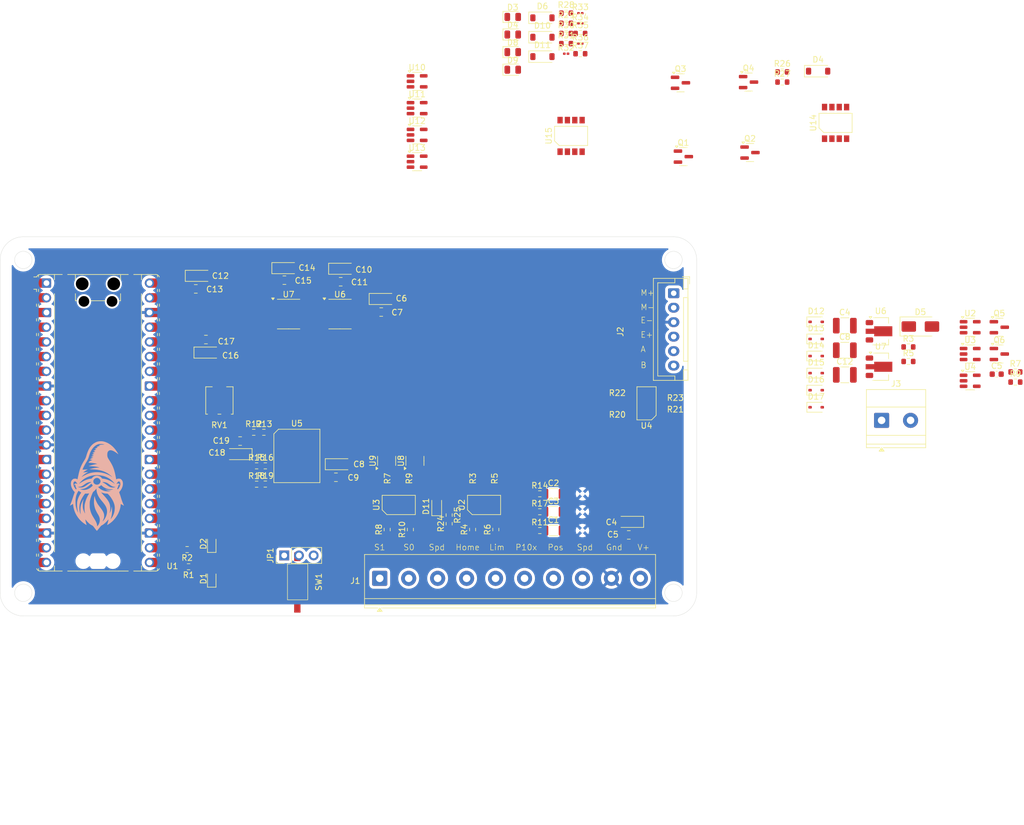
<source format=kicad_pcb>
(kicad_pcb (version 20241229) (generator "pcbnew") (generator_version "9.0")
  (layers (0 "F.Cu" signal) (2 "B.Cu" signal) (13 "F.Paste" user) (15 "B.Paste" user) (5 "F.SilkS" user "F.Silkscreen") (7 "B.SilkS" user "B.Silkscreen") (1 "F.Mask" user) (3 "B.Mask" user) (25 "Edge.Cuts" user))
  (net 0 "")
  (net 5 "Analog Position x10")
  (net 6 "Analog Position")
  (net 7 "GND")
  (net 8 "Analog Speed")
  (net 9 "+5V")
  (net 10 "+10V")
  (net 11 "PWM Position x10")
  (net 12 "PWM Position")
  (net 13 "PWM Speed")
  (net 14 "Net-(U1-GPIO17)")
  (net 15 "Net-(D2-A)")
  (net 16 "Net-(U1-GPIO16)")
  (net 17 "Net-(D1-A)")
  (net 18 "B")
  (net 19 "A")
  (net 20 "+3.3V")
  (net 21 "Limit Switch")
  (net 22 "Net-(J1-Pin_1)")
  (net 26 "Net-(J1-Pin_5)")
  (net 34 "Net-(D4-K)")
  (net 36 "Net-(J1-Pin_4)")
  (net 38 "Net-(J1-Pin_2)")
  (net 47 "M+")
  (net 53 "Net-(J2-Pin_6)")
  (net 54 "Net-(J2-Pin_5)")
  (net 58 "Net-(R4-Pad2)")
  (net 59 "Home")
  (net 60 "S0")
  (net 61 "S1")
  (net 62 "Net-(U1-GPIO27_ADC1)")
  (net 63 "Net-(U1-GPIO13)")
  (net 64 "GND_PLC")
  (net 67 "Net-(R6-Pad2)")
  (net 68 "Net-(R8-Pad2)")
  (net 69 "Net-(R10-Pad2)")
  (net 70 "Net-(R11-Pad1)")
  (net 71 "Net-(U5A--)")
  (net 72 "Net-(R14-Pad1)")
  (net 73 "Net-(U5B--)")
  (net 74 "Net-(R17-Pad1)")
  (net 75 "Net-(U5C--)")
  (net 76 "Net-(R21-Pad2)")
  (net 77 "Net-(R23-Pad2)")
  (net 83 "Net-(D3-K)")
  (net 84 "Net-(JP1-C)")
  (net 85 "M-")
  (net 86 "Net-(R27-Pad2)")
  (net 87 "Net-(U11-Pad2)")
  (net 88 "Net-(U10-Pad2)")
  (net 89 "/H-Bridge/CW1")
  (net 92 "/H-Bridge/CCW1")
  (net 93 "/H-Bridge/CCW0")
  (net 94 "/H-Bridge/CW0")
  (net 95 "+Vsup")
  (net 96 "Net-(D4-A)")
  (net 97 "Net-(D5-A)")
  (net 98 "Net-(D6-A)")
  (net 99 "Speed_set")
  (net 100 "Net-(D8-K)")
  (net 101 "Net-(D9-K)")
  (net 102 "Net-(D10-K)")
  (net 103 "Net-(D11-K)")
  (net 104 "Net-(R28-Pad1)")
  (net 105 "Net-(R30-Pad2)")
  (net 106 "Net-(R31-Pad2)")
  (net 107 "Net-(R32-Pad1)")
  (net 108 "Net-(R33-Pad2)")
  (net 109 "Net-(R34-Pad2)")
  (net 110 "Net-(R36-Pad2)")
  (net 111 "Net-(J1-Pin_3)")
  (net 112 "Speed_set PWM")
  (net 113 "Net-(Q3-G)")
  (net 114 "Net-(Q4-G)")
  (net 115 "Net-(Q5-B)")
  (net 116 "Net-(Q5-C)")
  (net 117 "Net-(Q6-C)")
  (net 118 "Net-(Q6-B)")
  (net 121 "Net-(U13-Pad1)")
  (net 122 "Net-(U10-Pad4)")
  (net 123 "Net-(U12-Pad2)")
  (footprint "Package_TO_SOT_SMD:SOT-23" (layer "F.Cu") (at 255.495 75.25)
    (property "Reference" "Q6" (at 0 -2.4 0) (layer "F.SilkS"))
    (property "Value" "MMBT3904")
    (pad "1" smd roundrect (at -0.9375 -0.95) (size 1.475 0.6) (layers "F.Cu" "F.Mask" "F.Paste") (net 118 "Net-(Q6-B)"))
    (pad "2" smd roundrect (at -0.9375 0.95) (size 1.475 0.6) (layers "F.Cu" "F.Mask" "F.Paste") (net 7 "GND"))
    (pad "3" smd roundrect (at 0.9375 0) (size 1.475 0.6) (layers "F.Cu" "F.Mask" "F.Paste") (net 117 "Net-(Q6-C)"))
  )
  (footprint "Resistor_SMD:R_0201_0603Metric" (layer "F.Cu") (at 198.845 81.775 180)
    (property "Reference" "R23" (at -0.726191 -1.05 0) (layer "F.SilkS"))
    (property "Value" "4.7k" (hide yes))
    (pad "1" smd roundrect (at -0.32 0 180) (size 0.46 0.4) (layers "F.Cu" "F.Mask") (net 54 "Net-(J2-Pin_5)"))
    (pad "2" smd roundrect (at 0.32 0 180) (size 0.46 0.4) (layers "F.Cu" "F.Mask") (net 77 "Net-(R23-Pad2)"))
  )
  (footprint "Module:RaspberryPi_Pico_Common_Unspecified" (layer "F.Cu") (at 99.89 87.13)
    (property "Reference" "U1" (at 11.7475 24.765 0) (layer "F.SilkS") (effects (justify left)))
    (property "Value" "Pico")
    (pad "" np_thru_hole circle (at -2.725 -24) (size 2.2 2.2) (drill 2.2) (layers "*.Mask"))
    (pad "" np_thru_hole circle (at -2.425 -20.97) (size 1.85 1.85) (drill 1.85) (layers "*.Mask"))
    (pad "" np_thru_hole circle (at 2.425 -20.97) (size 1.85 1.85) (drill 1.85) (layers "*.Mask"))
    (pad "" np_thru_hole circle (at 2.725 -24) (size 2.2 2.2) (drill 2.2) (layers "*.Mask"))
    (pad "1" smd custom (at -9.69 -24.13) (size 1.6 0.8) (layers "F.Cu" "F.Mask") (options (clearance outline) (anchor rect)) (primitives (gr_circle (center 0.8 0) (end 1.6 0) (width 0) (fill yes)) (gr_poly (pts (xy -1.6 -0.6) (xy -1.6 0.6) (xy -1.4 0.8) (xy 0.8 0.8) (xy 0.8 -0.8) (xy -1.4 -0.8)) (width 0) (fill yes)) (gr_circle (center -1.4 -0.6) (end -1.2 -0.6) (width 0) (fill yes)) (gr_circle (center -1.4 0.6) (end -1.2 0.6) (width 0) (fill yes))))
    (pad "1" thru_hole roundrect (at -8.89 -24.13) (size 1.6 1.6) (drill 1) (layers "*.Cu" "*.Mask") (roundrect_rratio 0.125))
    (pad "2" smd roundrect (at -9.69 -21.59) (size 3.2 1.6) (layers "F.Cu" "F.Mask") (roundrect_rratio 0.5))
    (pad "2" thru_hole circle (at -8.89 -21.59) (size 1.6 1.6) (drill 1) (layers "*.Cu" "*.Mask"))
    (pad "3" smd custom (at -9.69 -19.05) (size 1.6 0.8) (layers "F.Cu" "F.Mask") (options (clearance outline) (anchor rect)) (primitives (gr_circle (center -0.8 0) (end 0 0) (width 0) (fill yes)) (gr_poly (pts (xy 1.6 -0.6) (xy 1.6 0.6) (xy 1.4 0.8) (xy -0.8 0.8) (xy -0.8 -0.8) (xy 1.4 -0.8)) (width 0) (fill yes)) (gr_circle (center 1.4 -0.6) (end 1.6 -0.6) (width 0) (fill yes)) (gr_circle (center 1.4 0.6) (end 1.6 0.6) (width 0) (fill yes))))
    (pad "3" thru_hole custom (at -8.89 -19.05) (size 1.6 1.6) (drill 1) (layers "*.Cu" "*.Mask") (options (clearance outline) (anchor circle)) (primitives (gr_poly (pts (xy 0.8 0.6) (xy 0.8 -0.6) (xy 0.6 -0.8) (xy 0 -0.8) (xy 0 0.8) (xy 0.6 0.8)) (width 0) (fill yes)) (gr_circle (center 0.6 0.6) (end 0.8 0.6) (width 0) (fill yes)) (gr_circle (center 0.6 -0.6) (end 0.8 -0.6) (width 0) (fill yes))))
    (pad "4" smd roundrect (at -9.69 -16.51) (size 3.2 1.6) (layers "F.Cu" "F.Mask") (roundrect_rratio 0.5) (net 19 "A"))
    (pad "4" thru_hole circle (at -8.89 -16.51) (size 1.6 1.6) (drill 1) (layers "*.Cu" "*.Mask") (net 19 "A"))
    (pad "5" smd roundrect (at -9.69 -13.97) (size 3.2 1.6) (layers "F.Cu" "F.Mask") (roundrect_rratio 0.5) (net 18 "B"))
    (pad "5" thru_hole circle (at -8.89 -13.97) (size 1.6 1.6) (drill 1) (layers "*.Cu" "*.Mask") (net 18 "B"))
    (pad "6" smd roundrect (at -9.69 -11.43) (size 3.2 1.6) (layers "F.Cu" "F.Mask") (roundrect_rratio 0.5))
    (pad "6" thru_hole circle (at -8.89 -11.43) (size 1.6 1.6) (drill 1) (layers "*.Cu" "*.Mask"))
    (pad "7" smd roundrect (at -9.69 -8.89) (size 3.2 1.6) (layers "F.Cu" "F.Mask") (roundrect_rratio 0.5))
    (pad "7" thru_hole circle (at -8.89 -8.89) (size 1.6 1.6) (drill 1) (layers "*.Cu" "*.Mask"))
    (pad "8" smd custom (at -9.69 -6.35) (size 1.6 0.8) (layers "F.Cu" "F.Mask") (net 7 "GND") (options (clearance outline) (anchor rect)) (primitives (gr_circle (center -0.8 0) (end 0 0) (width 0) (fill yes)) (gr_poly (pts (xy 1.6 -0.6) (xy 1.6 0.6) (xy 1.4 0.8) (xy -0.8 0.8) (xy -0.8 -0.8) (xy 1.4 -0.8)) (width 0) (fill yes)) (gr_circle (center 1.4 -0.6) (end 1.6 -0.6) (width 0) (fill yes)) (gr_circle (center 1.4 0.6) (end 1.6 0.6) (width 0) (fill yes))))
    (pad "8" thru_hole custom (at -8.89 -6.35) (size 1.6 1.6) (drill 1) (layers "*.Cu" "*.Mask") (net 7 "GND") (options (clearance outline) (anchor circle)) (primitives (gr_poly (pts (xy 0.8 0.6) (xy 0.8 -0.6) (xy 0.6 -0.8) (xy 0 -0.8) (xy 0 0.8) (xy 0.6 0.8)) (width 0) (fill yes)) (gr_circle (center 0.6 0.6) (end 0.8 0.6) (width 0) (fill yes)) (gr_circle (center 0.6 -0.6) (end 0.8 -0.6) (width 0) (fill yes))))
    (pad "9" smd roundrect (at -9.69 -3.81) (size 3.2 1.6) (layers "F.Cu" "F.Mask") (roundrect_rratio 0.5))
    (pad "9" thru_hole circle (at -8.89 -3.81) (size 1.6 1.6) (drill 1) (layers "*.Cu" "*.Mask"))
    (pad "10" smd roundrect (at -9.69 -1.27) (size 3.2 1.6) (layers "F.Cu" "F.Mask") (roundrect_rratio 0.5))
    (pad "10" thru_hole circle (at -8.89 -1.27) (size 1.6 1.6) (drill 1) (layers "*.Cu" "*.Mask"))
    (pad "11" smd roundrect (at -9.69 1.27) (size 3.2 1.6) (layers "F.Cu" "F.Mask") (roundrect_rratio 0.5))
    (pad "11" thru_hole circle (at -8.89 1.27) (size 1.6 1.6) (drill 1) (layers "*.Cu" "*.Mask"))
    (pad "12" smd roundrect (at -9.69 3.81) (size 3.2 1.6) (layers "F.Cu" "F.Mask") (roundrect_rratio 0.5))
    (pad "12" thru_hole circle (at -8.89 3.81) (size 1.6 1.6) (drill 1) (layers "*.Cu" "*.Mask"))
    (pad "13" smd custom (at -9.69 6.35) (size 1.6 0.8) (layers "F.Cu" "F.Mask") (net 7 "GND") (options (clearance outline) (anchor rect)) (primitives (gr_circle (center -0.8 0) (end 0 0) (width 0) (fill yes)) (gr_poly (pts (xy 1.6 -0.6) (xy 1.6 0.6) (xy 1.4 0.8) (xy -0.8 0.8) (xy -0.8 -0.8) (xy 1.4 -0.8)) (width 0) (fill yes)) (gr_circle (center 1.4 -0.6) (end 1.6 -0.6) (width 0) (fill yes)) (gr_circle (center 1.4 0.6) (end 1.6 0.6) (width 0) (fill yes))))
    (pad "13" thru_hole custom (at -8.89 6.35) (size 1.6 1.6) (drill 1) (layers "*.Cu" "*.Mask") (net 7 "GND") (options (clearance outline) (anchor circle)) (primitives (gr_poly (pts (xy 0.8 0.6) (xy 0.8 -0.6) (xy 0.6 -0.8) (xy 0 -0.8) (xy 0 0.8) (xy 0.6 0.8)) (width 0) (fill yes)) (gr_circle (center 0.6 0.6) (end 0.8 0.6) (width 0) (fill yes)) (gr_circle (center 0.6 -0.6) (end 0.8 -0.6) (width 0) (fill yes))))
    (pad "14" smd roundrect (at -9.69 8.89) (size 3.2 1.6) (layers "F.Cu" "F.Mask") (roundrect_rratio 0.5))
    (pad "14" thru_hole circle (at -8.89 8.89) (size 1.6 1.6) (drill 1) (layers "*.Cu" "*.Mask"))
    (pad "15" smd roundrect (at -9.69 11.43) (size 3.2 1.6) (layers "F.Cu" "F.Mask") (roundrect_rratio 0.5))
    (pad "15" thru_hole circle (at -8.89 11.43) (size 1.6 1.6) (drill 1) (layers "*.Cu" "*.Mask"))
    (pad "16" smd roundrect (at -9.69 13.97) (size 3.2 1.6) (layers "F.Cu" "F.Mask") (roundrect_rratio 0.5))
    (pad "16" thru_hole circle (at -8.89 13.97) (size 1.6 1.6) (drill 1) (layers "*.Cu" "*.Mask"))
    (pad "17" smd roundrect (at -9.69 16.51) (size 3.2 1.6) (layers "F.Cu" "F.Mask") (roundrect_rratio 0.5) (net 63 "Net-(U1-GPIO13)"))
    (pad "17" thru_hole circle (at -8.89 16.51) (size 1.6 1.6) (drill 1) (layers "*.Cu" "*.Mask") (net 63 "Net-(U1-GPIO13)"))
    (pad "18" smd custom (at -9.69 19.05) (size 1.6 0.8) (layers "F.Cu" "F.Mask") (net 7 "GND") (options (clearance outline) (anchor rect)) (primitives (gr_circle (center -0.8 0) (end 0 0) (width 0) (fill yes)) (gr_poly (pts (xy 1.6 -0.6) (xy 1.6 0.6) (xy 1.4 0.8) (xy -0.8 0.8) (xy -0.8 -0.8) (xy 1.4 -0.8)) (width 0) (fill yes)) (gr_circle (center 1.4 -0.6) (end 1.6 -0.6) (width 0) (fill yes)) (gr_circle (center 1.4 0.6) (end 1.6 0.6) (width 0) (fill yes))))
    (pad "18" thru_hole custom (at -8.89 19.05) (size 1.6 1.6) (drill 1) (layers "*.Cu" "*.Mask") (net 7 "GND") (options (clearance outline) (anchor circle)) (primitives (gr_poly (pts (xy 0.8 0.6) (xy 0.8 -0.6) (xy 0.6 -0.8) (xy 0 -0.8) (xy 0 0.8) (xy 0.6 0.8)) (width 0) (fill yes)) (gr_circle (center 0.6 0.6) (end 0.8 0.6) (width 0) (fill yes)) (gr_circle (center 0.6 -0.6) (end 0.8 -0.6) (width 0) (fill yes))))
    (pad "19" smd roundrect (at -9.69 21.59) (size 3.2 1.6) (layers "F.Cu" "F.Mask") (roundrect_rratio 0.5) (net 21 "Limit Switch"))
    (pad "19" thru_hole circle (at -8.89 21.59) (size 1.6 1.6) (drill 1) (layers "*.Cu" "*.Mask") (net 21 "Limit Switch"))
    (pad "20" smd roundrect (at -9.69 24.13) (size 3.2 1.6) (layers "F.Cu" "F.Mask") (roundrect_rratio 0.5) (net 59 "Home"))
    (pad "20" thru_hole circle (at -8.89 24.13) (size 1.6 1.6) (drill 1) (layers "*.Cu" "*.Mask") (net 59 "Home"))
    (pad "21" thru_hole circle (at 8.89 24.13) (size 1.6 1.6) (drill 1) (layers "*.Cu" "*.Mask") (net 16 "Net-(U1-GPIO16)"))
    (pad "21" smd roundrect (at 9.69 24.13) (size 3.2 1.6) (layers "F.Cu" "F.Mask") (roundrect_rratio 0.5) (net 16 "Net-(U1-GPIO16)"))
    (pad "22" thru_hole circle (at 8.89 21.59) (size 1.6 1.6) (drill 1) (layers "*.Cu" "*.Mask") (net 14 "Net-(U1-GPIO17)"))
    (pad "22" smd roundrect (at 9.69 21.59) (size 3.2 1.6) (layers "F.Cu" "F.Mask") (roundrect_rratio 0.5) (net 14 "Net-(U1-GPIO17)"))
    (pad "23" thru_hole custom (at 8.89 19.05) (size 1.6 1.6) (drill 1) (layers "*.Cu" "*.Mask") (net 7 "GND") (options (clearance outline) (anchor circle)) (primitives (gr_poly (pts (xy -0.8 0.6) (xy -0.8 -0.6) (xy -0.6 -0.8) (xy 0 -0.8) (xy 0 0.8) (xy -0.6 0.8)) (width 0) (fill yes)) (gr_circle (center -0.6 0.6) (end -0.4 0.6) (width 0) (fill yes)) (gr_circle (center -0.6 -0.6) (end -0.4 -0.6) (width 0) (fill yes))))
    (pad "23" smd custom (at 9.69 19.05) (size 1.6 0.8) (layers "F.Cu" "F.Mask") (net 7 "GND") (options (clearance outline) (anchor rect)) (primitives (gr_circle (center 0.8 0) (end 1.6 0) (width 0) (fill yes)) (gr_poly (pts (xy -1.6 -0.6) (xy -1.6 0.6) (xy -1.4 0.8) (xy 0.8 0.8) (xy 0.8 -0.8) (xy -1.4 -0.8)) (width 0) (fill yes)) (gr_circle (center -1.4 -0.6) (end -1.2 -0.6) (width 0) (fill yes)) (gr_circle (center -1.4 0.6) (end -1.2 0.6) (width 0) (fill yes))))
    (pad "24" thru_hole circle (at 8.89 16.51) (size 1.6 1.6) (drill 1) (layers "*.Cu" "*.Mask") (net 12 "PWM Position"))
    (pad "24" smd roundrect (at 9.69 16.51) (size 3.2 1.6) (layers "F.Cu" "F.Mask") (roundrect_rratio 0.5) (net 12 "PWM Position"))
    (pad "25" thru_hole circle (at 8.89 13.97) (size 1.6 1.6) (drill 1) (layers "*.Cu" "*.Mask") (net 13 "PWM Speed"))
    (pad "25" smd roundrect (at 9.69 13.97) (size 3.2 1.6) (layers "F.Cu" "F.Mask") (roundrect_rratio 0.5) (net 13 "PWM Speed"))
    (pad "26" thru_hole circle (at 8.89 11.43) (size 1.6 1.6) (drill 1) (layers "*.Cu" "*.Mask") (net 11 "PWM Position x10"))
    (pad "26" smd roundrect (at 9.69 11.43) (size 3.2 1.6) (layers "F.Cu" "F.Mask") (roundrect_rratio 0.5) (net 11 "PWM Position x10"))
    (pad "27" thru_hole circle (at 8.89 8.89) (size 1.6 1.6) (drill 1) (layers "*.Cu" "*.Mask") (net 112 "Speed_set PWM"))
    (pad "27" smd roundrect (at 9.69 8.89) (size 3.2 1.6) (layers "F.Cu" "F.Mask") (roundrect_rratio 0.5) (net 112 "Speed_set PWM"))
    (pad "28" thru_hole custom (at 8.89 6.35) (size 1.6 1.6) (drill 1) (layers "*.Cu" "*.Mask") (net 7 "GND") (options (clearance outline) (anchor circle)) (primitives (gr_poly (pts (xy -0.8 0.6) (xy -0.8 -0.6) (xy -0.6 -0.8) (xy 0 -0.8) (xy 0 0.8) (xy -0.6 0.8)) (width 0) (fill yes)) (gr_circle (center -0.6 0.6) (end -0.4 0.6) (width 0) (fill yes)) (gr_circle (center -0.6 -0.6) (end -0.4 -0.6) (width 0) (fill yes))))
    (pad "28" smd custom (at 9.69 6.35) (size 1.6 0.8) (layers "F.Cu" "F.Mask") (net 7 "GND") (options (clearance outline) (anchor rect)) (primitives (gr_circle (center 0.8 0) (end 1.6 0) (width 0) (fill yes)) (gr_poly (pts (xy -1.6 -0.6) (xy -1.6 0.6) (xy -1.4 0.8) (xy 0.8 0.8) (xy 0.8 -0.8) (xy -1.4 -0.8)) (width 0) (fill yes)) (gr_circle (center -1.4 -0.6) (end -1.2 -0.6) (width 0) (fill yes)) (gr_circle (center -1.4 0.6) (end -1.2 0.6) (width 0) (fill yes))))
    (pad "29" thru_hole circle (at 8.89 3.81) (size 1.6 1.6) (drill 1) (layers "*.Cu" "*.Mask"))
    (pad "29" smd roundrect (at 9.69 3.81) (size 3.2 1.6) (layers "F.Cu" "F.Mask") (roundrect_rratio 0.5))
    (pad "30" thru_hole circle (at 8.89 1.27) (size 1.6 1.6) (drill 1) (layers "*.Cu" "*.Mask"))
    (pad "30" smd roundrect (at 9.69 1.27) (size 3.2 1.6) (layers "F.Cu" "F.Mask") (roundrect_rratio 0.5))
    (pad "31" thru_hole circle (at 8.89 -1.27) (size 1.6 1.6) (drill 1) (layers "*.Cu" "*.Mask") (net 99 "Speed_set"))
    (pad "31" smd roundrect (at 9.69 -1.27) (size 3.2 1.6) (layers "F.Cu" "F.Mask") (roundrect_rratio 0.5) (net 99 "Speed_set"))
    (pad "32" thru_hole circle (at 8.89 -3.81) (size 1.6 1.6) (drill 1) (layers "*.Cu" "*.Mask") (net 62 "Net-(U1-GPIO27_ADC1)"))
    (pad "32" smd roundrect (at 9.69 -3.81) (size 3.2 1.6) (layers "F.Cu" "F.Mask") (roundrect_rratio 0.5) (net 62 "Net-(U1-GPIO27_ADC1)"))
    (pad "33" thru_hole custom (at 8.89 -6.35) (size 1.6 1.6) (drill 1) (layers "*.Cu" "*.Mask") (net 7 "GND") (options (clearance outline) (anchor circle)) (primitives (gr_poly (pts (xy -0.8 0.6) (xy -0.8 -0.6) (xy -0.6 -0.8) (xy 0 -0.8) (xy 0 0.8) (xy -0.6 0.8)) (width 0) (fill yes)) (gr_circle (center -0.6 0.6) (end -0.4 0.6) (width 0) (fill yes)) (gr_circle (center -0.6 -0.6) (end -0.4 -0.6) (width 0) (fill yes))))
    (pad "33" smd custom (at 9.69 -6.35) (size 1.6 0.8) (layers "F.Cu" "F.Mask") (net 7 "GND") (options (clearance outline) (anchor rect)) (primitives (gr_circle (center 0.8 0) (end 1.6 0) (width 0) (fill yes)) (gr_poly (pts (xy -1.6 -0.6) (xy -1.6 0.6) (xy -1.4 0.8) (xy 0.8 0.8) (xy 0.8 -0.8) (xy -1.4 -0.8)) (width 0) (fill yes)) (gr_circle (center -1.4 -0.6) (end -1.2 -0.6) (width 0) (fill yes)) (gr_circle (center -1.4 0.6) (end -1.2 0.6) (width 0) (fill yes))))
    (pad "34" thru_hole circle (at 8.89 -8.89) (size 1.6 1.6) (drill 1) (layers "*.Cu" "*.Mask"))
    (pad "34" smd roundrect (at 9.69 -8.89) (size 3.2 1.6) (layers "F.Cu" "F.Mask") (roundrect_rratio 0.5))
    (pad "35" thru_hole circle (at 8.89 -11.43) (size 1.6 1.6) (drill 1) (layers "*.Cu" "*.Mask") (net 20 "+3.3V"))
    (pad "35" smd roundrect (at 9.69 -11.43) (size 3.2 1.6) (layers "F.Cu" "F.Mask") (roundrect_rratio 0.5) (net 20 "+3.3V"))
    (pad "36" thru_hole circle (at 8.89 -13.97) (size 1.6 1.6) (drill 1) (layers "*.Cu" "*.Mask") (net 20 "+3.3V"))
    (pad "36" smd roundrect (at 9.69 -13.97) (size 3.2 1.6) (layers "F.Cu" "F.Mask") (roundrect_rratio 0.5) (net 20 "+3.3V"))
    (pad "37" thru_hole circle (at 8.89 -16.51) (size 1.6 1.6) (drill 1) (layers "*.Cu" "*.Mask"))
    (pad "37" smd roundrect (at 9.69 -16.51) (size 3.2 1.6) (layers "F.Cu" "F.Mask") (roundrect_rratio 0.5))
    (pad "38" thru_hole custom (at 8.89 -19.05) (size 1.6 1.6) (drill 1) (layers "*.Cu" "*.Mask") (net 7 "GND") (options (clearance outline) (anchor circle)) (primitives (gr_poly (pts (xy -0.8 0.6) (xy -0.8 -0.6) (xy -0.6 -0.8) (xy 0 -0.8) (xy 0 0.8) (xy -0.6 0.8)) (width 0) (fill yes)) (gr_circle (center -0.6 0.6) (end -0.4 0.6) (width 0) (fill yes)) (gr_circle (center -0.6 -0.6) (end -0.4 -0.6) (width 0) (fill yes))))
    (pad "38" smd custom (at 9.69 -19.05) (size 1.6 0.8) (layers "F.Cu" "F.Mask") (net 7 "GND") (options (clearance outline) (anchor rect)) (primitives (gr_circle (center 0.8 0) (end 1.6 0) (width 0) (fill yes)) (gr_poly (pts (xy -1.6 -0.6) (xy -1.6 0.6) (xy -1.4 0.8) (xy 0.8 0.8) (xy 0.8 -0.8) (xy -1.4 -0.8)) (width 0) (fill yes)) (gr_circle (center -1.4 -0.6) (end -1.2 -0.6) (width 0) (fill yes)) (gr_circle (center -1.4 0.6) (end -1.2 0.6) (width 0) (fill yes))))
    (pad "39" thru_hole circle (at 8.89 -21.59) (size 1.6 1.6) (drill 1) (layers "*.Cu" "*.Mask") (net 9 "+5V"))
    (pad "39" smd roundrect (at 9.69 -21.59) (size 3.2 1.6) (layers "F.Cu" "F.Mask") (roundrect_rratio 0.5) (net 9 "+5V"))
    (pad "40" thru_hole circle (at 8.89 -24.13) (size 1.6 1.6) (drill 1) (layers "*.Cu" "*.Mask"))
    (pad "40" smd roundrect (at 9.69 -24.13) (size 3.2 1.6) (layers "F.Cu" "F.Mask") (roundrect_rratio 0.5))
    (zone (net 0) (net_name "") (layers "F.Cu" "B.Cu" "F.Paste" "B.Paste") (name "Antenna Copper Keep Out") (connect_pads (clearance 0)) (min_thickness 0.254)
      (keepout (tracks not_allowed) (vias not_allowed) (pads not_allowed) (copperpour not_allowed) (footprints allowed))
      (fill (thermal_gap 0.508) (thermal_bridge_width 0.508))
      (polygon (pts (xy 97.49 112.119895) (xy 92.79 108.469895) (xy 92.79 104.13) (xy 106.99 104.13) (xy 106.99 108.469895) (xy 102.29 112.119895) (xy 102.29 113.13) (xy 97.49 113.13)))
    )
  )
  (footprint "Capacitor_Tantalum_SMD:CP_EIA-3216-10_Kemet-I" (layer "F.Cu") (at 117.28 61.75)
    (property "Reference" "C12" (at 3.75 0 0) (layer "F.SilkS"))
    (property "Value" "100uF" (hide yes))
    (pad "1" smd roundrect (at -1.3525 0) (size 1.415 1.39) (layers "F.Cu" "F.Mask" "F.Paste") (roundrect_rratio 0.179856) (net 9 "+5V"))
    (pad "2" smd roundrect (at 1.3525 0) (size 1.415 1.39) (layers "F.Cu" "F.Mask" "F.Paste") (roundrect_rratio 0.179856) (net 7 "GND"))
  )
  (footprint "Capacitor_SMD:C_0805_2012Metric" (layer "F.Cu") (at 118.53 72.75)
    (property "Reference" "C17" (at 3.5 0.32 0) (layer "F.SilkS"))
    (property "Value" "0.1uF" (hide yes))
    (pad "1" smd roundrect (at -0.95 0) (size 1 1.45) (layers "F.Cu" "F.Mask" "F.Paste") (net 20 "+3.3V"))
    (pad "2" smd roundrect (at 0.95 0) (size 1 1.45) (layers "F.Cu" "F.Mask" "F.Paste") (net 7 "GND"))
  )
  (footprint "Capacitor_SMD:C_1210_3225Metric" (layer "F.Cu") (at 228.825 70.35)
    (property "Reference" "C4" (at 0 -2.3 0) (layer "F.SilkS"))
    (property "Value" "100uF")
    (pad "1" smd roundrect (at -1.475 0) (size 1.15 2.7) (layers "F.Cu" "F.Mask" "F.Paste") (roundrect_rratio 0.217391) (net 95 "+Vsup"))
    (pad "2" smd roundrect (at 1.475 0) (size 1.15 2.7) (layers "F.Cu" "F.Mask" "F.Paste") (roundrect_rratio 0.217391) (net 7 "GND"))
  )
  (footprint "Capacitor_SMD:C_0805_2012Metric" (layer "F.Cu") (at 132.075 62.5)
    (property "Reference" "C15" (at 3.25 0.07 0) (layer "F.SilkS"))
    (property "Value" "0.1uF" (hide yes))
    (pad "1" smd roundrect (at -0.95 0) (size 1 1.45) (layers "F.Cu" "F.Mask" "F.Paste") (net 9 "+5V"))
    (pad "2" smd roundrect (at 0.95 0) (size 1 1.45) (layers "F.Cu" "F.Mask" "F.Paste") (net 7 "GND"))
  )
  (footprint "Resistor_SMD:R_0603_1608Metric" (layer "F.Cu") (at 239.805 76.54)
    (property "Reference" "R5" (at 0 -1.43 0) (layer "F.SilkS"))
    (property "Value" "10k")
    (pad "1" smd roundrect (at -0.825 0) (size 0.8 0.95) (layers "F.Cu" "F.Mask" "F.Paste") (net 53 "Net-(J2-Pin_6)"))
    (pad "2" smd roundrect (at 0.825 0) (size 0.8 0.95) (layers "F.Cu" "F.Mask" "F.Paste") (net 18 "B"))
  )
  (footprint "Resistor_SMD:R_0603_1608Metric" (layer "F.Cu") (at 164.57 105.575 90)
    (property "Reference" "R4" (at 0 -1.43 90) (layer "F.SilkS"))
    (property "Value" "10k")
    (pad "1" smd roundrect (at -0.825 0 90) (size 0.8 0.95) (layers "F.Cu" "F.Mask" "F.Paste") (net 36 "Net-(J1-Pin_4)"))
    (pad "2" smd roundrect (at 0.825 0 90) (size 0.8 0.95) (layers "F.Cu" "F.Mask" "F.Paste") (net 59 "Home"))
  )
  (footprint "Resistor_SMD:R_0603_1608Metric" (layer "F.Cu") (at 115.28 109.0284 180)
    (property "Reference" "R2" (at 0 -1.43 180) (layer "F.SilkS"))
    (property "Value" "330Ω")
    (pad "1" smd roundrect (at -0.825 0 180) (size 0.8 0.95) (layers "F.Cu" "F.Mask" "F.Paste") (net 14 "Net-(U1-GPIO17)"))
    (pad "2" smd roundrect (at 0.825 0 180) (size 0.8 0.95) (layers "F.Cu" "F.Mask" "F.Paste") (net 15 "Net-(D2-A)"))
  )
  (footprint "Diode_SMD:D_SOD-323" (layer "F.Cu") (at 223.88 81.5)
    (property "Reference" "D16" (at 0 -1.85 0) (layer "F.SilkS"))
    (property "Value" "3.3v")
    (pad "1" smd roundrect (at -1.05 0) (size 0.6 0.45) (layers "F.Cu" "F.Mask" "F.Paste") (net 19 "A"))
    (pad "2" smd roundrect (at 1.05 0) (size 0.6 0.45) (layers "F.Cu" "F.Mask" "F.Paste") (net 7 "GND"))
  )
  (footprint "Resistor_SMD:R_0201_0603Metric" (layer "F.Cu") (at 190.28 83.025)
    (property "Reference" "R22" (at -0.72619 -1.05 0) (layer "F.SilkS"))
    (property "Value" "10k" (hide yes))
    (pad "1" smd roundrect (at -0.32 0) (size 0.46 0.4) (layers "F.Cu" "F.Mask") (net 20 "+3.3V"))
    (pad "2" smd roundrect (at 0.32 0) (size 0.46 0.4) (layers "F.Cu" "F.Mask") (net 19 "A"))
  )
  (footprint "Capacitor_SMD:C_0805_2012Metric" (layer "F.Cu") (at 140.9719 96.54)
    (property "Reference" "C9" (at 3 0.07 0) (layer "F.SilkS"))
    (property "Value" "0.1uF" (hide yes))
    (pad "1" smd roundrect (at -0.95 0) (size 1 1.45) (layers "F.Cu" "F.Mask" "F.Paste") (net 10 "+10V"))
    (pad "2" smd roundrect (at 0.95 0) (size 1 1.45) (layers "F.Cu" "F.Mask" "F.Paste") (net 7 "GND"))
  )
  (footprint "Resistor_SMD:R_0603_1608Metric" (layer "F.Cu") (at 180.715 21.625)
    (property "Reference" "R31" (at 0 -1.43 0) (layer "F.SilkS"))
    (property "Value" "110kΩ")
    (pad "1" smd roundrect (at -0.825 0) (size 0.8 0.95) (layers "F.Cu" "F.Mask" "F.Paste") (net 94 "/H-Bridge/CW0"))
    (pad "2" smd roundrect (at 0.825 0) (size 0.8 0.95) (layers "F.Cu" "F.Mask" "F.Paste") (net 115 "Net-(Q5-B)"))
  )
  (footprint "Resistor_SMD:R_0603_1608Metric" (layer "F.Cu") (at 160.52012 104.56784 90)
    (property "Reference" "R24" (at 0 -1.43 90) (layer "F.SilkS"))
    (property "Value" "6.2k")
    (pad "1" smd roundrect (at -0.825 0 90) (size 0.8 0.95) (layers "F.Cu" "F.Mask" "F.Paste") (net 111 "Net-(J1-Pin_3)"))
    (pad "2" smd roundrect (at 0.825 0 90) (size 0.8 0.95) (layers "F.Cu" "F.Mask" "F.Paste") (net 99 "Speed_set"))
  )
  (footprint "Resistor_SMD:R_0603_1608Metric" (layer "F.Cu") (at 218.035 28.275)
    (property "Reference" "R27" (at 0 -1.43 0) (layer "F.SilkS"))
    (property "Value" "110kΩ")
    (pad "1" smd roundrect (at -0.825 0) (size 0.8 0.95) (layers "F.Cu" "F.Mask" "F.Paste") (net 118 "Net-(Q6-B)"))
    (pad "2" smd roundrect (at 0.825 0) (size 0.8 0.95) (layers "F.Cu" "F.Mask" "F.Paste") (net 93 "/H-Bridge/CCW0"))
  )
  (footprint "Resistor_SMD:R_0603_1608Metric" (layer "F.Cu") (at 126.78 88.775)
    (property "Reference" "R12" (at 0 -1.43 0) (layer "F.SilkS"))
    (property "Value" "10k")
    (pad "1" smd roundrect (at -0.825 0) (size 0.8 0.95) (layers "F.Cu" "F.Mask" "F.Paste") (net 20 "+3.3V"))
    (pad "2" smd roundrect (at 0.825 0) (size 0.8 0.95) (layers "F.Cu" "F.Mask" "F.Paste") (net 71 "Net-(U5A--)"))
  )
  (footprint "Capacitor_Tantalum_SMD:CP_EIA-3216-10_Kemet-I" (layer "F.Cu") (at 141.450648 94.29)
    (property "Reference" "C8" (at 3.5 0 0) (layer "F.SilkS"))
    (property "Value" "100uF" (hide yes))
    (pad "1" smd roundrect (at -1.3525 0) (size 1.415 1.39) (layers "F.Cu" "F.Mask" "F.Paste") (roundrect_rratio 0.179856) (net 10 "+10V"))
    (pad "2" smd roundrect (at 1.3525 0) (size 1.415 1.39) (layers "F.Cu" "F.Mask" "F.Paste") (roundrect_rratio 0.179856) (net 7 "GND"))
  )
  (footprint "Resistor_SMD:R_0201_0603Metric" (layer "F.Cu") (at 183.165 16.375)
    (property "Reference" "R33" (at 0 -1.05 0) (layer "F.SilkS"))
    (property "Value" "330Ω")
    (pad "1" smd roundrect (at -0.32 0) (size 0.46 0.4) (layers "F.Cu" "F.Mask") (net 101 "Net-(D9-K)"))
    (pad "2" smd roundrect (at 0.32 0) (size 0.46 0.4) (layers "F.Cu" "F.Mask") (net 108 "Net-(R33-Pad2)"))
  )
  (footprint "Resistor_SMD:R_0603_1608Metric" (layer "F.Cu") (at 149.82 105.575 90)
    (property "Reference" "R8" (at 0 -1.43 90) (layer "F.SilkS"))
    (property "Value" "10k")
    (pad "1" smd roundrect (at -0.825 0 90) (size 0.8 0.95) (layers "F.Cu" "F.Mask" "F.Paste") (net 22 "Net-(J1-Pin_1)"))
    (pad "2" smd roundrect (at 0.825 0 90) (size 0.8 0.95) (layers "F.Cu" "F.Mask" "F.Paste") (net 61 "S1"))
  )
  (footprint "Package_TO_SOT_SMD:SOT-23-5" (layer "F.Cu") (at 250.465 79.875)
    (property "Reference" "U4" (at 0 -2.4 0) (layer "F.SilkS"))
    (property "Value" "74LVC1G08GV")
    (pad "1" smd roundrect (at -1.1375 -0.95) (size 1.325 0.6) (layers "F.Cu" "F.Mask" "F.Paste") (net 121 "Net-(U13-Pad1)"))
    (pad "2" smd roundrect (at -1.1375 0) (size 1.325 0.6) (layers "F.Cu" "F.Mask" "F.Paste") (net 123 "Net-(U12-Pad2)"))
    (pad "3" smd roundrect (at -1.1375 0.95) (size 1.325 0.6) (layers "F.Cu" "F.Mask" "F.Paste") (net 7 "GND"))
    (pad "4" smd roundrect (at 1.1375 0.95) (size 1.325 0.6) (layers "F.Cu" "F.Mask" "F.Paste") (net 88 "Net-(U10-Pad2)"))
    (pad "5" smd roundrect (at 1.1375 -0.95) (size 1.325 0.6) (layers "F.Cu" "F.Mask" "F.Paste") (net 9 "+5V"))
  )
  (footprint "Connector_JST:JST_XH_B6B-XH-A_1x06_P2.50mm_Vertical" (layer "F.Cu") (at 199.28 64.75 -90)
    (property "Reference" "J2" (at 6.65 9.2 90) (layer "F.SilkS"))
    (property "Value" "Motor Connector")
    (pad "1" thru_hole roundrect (at 0 0 270) (size 1.7 1.95) (drill 0.95) (layers "*.Cu" "*.Mask") (roundrect_rratio 0.147059) (net 47 "M+"))
    (pad "2" thru_hole oval (at 2.5 0 270) (size 1.7 1.95) (drill 0.95) (layers "*.Cu" "*.Mask") (net 85 "M-"))
    (pad "3" thru_hole oval (at 5 0 270) (size 1.7 1.95) (drill 0.95) (layers "*.Cu" "*.Mask") (net 7 "GND"))
    (pad "4" thru_hole oval (at 7.5 0 270) (size 1.7 1.95) (drill 0.95) (layers "*.Cu" "*.Mask") (net 9 "+5V"))
    (pad "5" thru_hole oval (at 10 0 270) (size 1.7 1.95) (drill 0.95) (layers "*.Cu" "*.Mask") (net 54 "Net-(J2-Pin_5)"))
    (pad "6" thru_hole oval (at 12.5 0 270) (size 1.7 1.95) (drill 0.95) (layers "*.Cu" "*.Mask") (net 53 "Net-(J2-Pin_6)"))
  )
  (footprint "TerminalBlock_Phoenix:TerminalBlock_Phoenix_PT-1,5-10-5.0-H_1x10_P5.00mm_Horizontal" (layer "F.Cu") (at 148.53 114)
    (property "Reference" "J1" (at -4.21 0.43 0) (layer "F.SilkS"))
    (property "Value" "Screw_Terminal_01x10" (hide yes))
    (pad "1" thru_hole roundrect (at 0 0) (size 2.6 2.6) (drill 1.3) (layers "*.Cu" "*.Mask") (roundrect_rratio 0.096154) (net 22 "Net-(J1-Pin_1)"))
    (pad "2" thru_hole circle (at 5 0) (size 2.6 2.6) (drill 1.3) (layers "*.Cu" "*.Mask") (net 38 "Net-(J1-Pin_2)"))
    (pad "3" thru_hole circle (at 10 0) (size 2.6 2.6) (drill 1.3) (layers "*.Cu" "*.Mask") (net 111 "Net-(J1-Pin_3)"))
    (pad "4" thru_hole circle (at 15 0) (size 2.6 2.6) (drill 1.3) (layers "*.Cu" "*.Mask") (net 36 "Net-(J1-Pin_4)"))
    (pad "5" thru_hole circle (at 20 0) (size 2.6 2.6) (drill 1.3) (layers "*.Cu" "*.Mask") (net 26 "Net-(J1-Pin_5)"))
    (pad "6" thru_hole circle (at 25 0) (size 2.6 2.6) (drill 1.3) (layers "*.Cu" "*.Mask") (net 5 "Analog Position x10"))
    (pad "7" thru_hole circle (at 30 0) (size 2.6 2.6) (drill 1.3) (layers "*.Cu" "*.Mask") (net 6 "Analog Position"))
    (pad "8" thru_hole circle (at 35 0) (size 2.6 2.6) (drill 1.3) (layers "*.Cu" "*.Mask") (net 8 "Analog Speed"))
    (pad "9" thru_hole circle (at 40 0) (size 2.6 2.6) (drill 1.3) (layers "*.Cu" "*.Mask") (net 7 "GND"))
    (pad "10" thru_hole circle (at 45 0) (size 2.6 2.6) (drill 1.3) (layers "*.Cu" "*.Mask") (net 97 "Net-(D5-A)"))
  )
  (footprint "Capacitor_SMD:C_0603_1608Metric" (layer "F.Cu") (at 255.045 78.73)
    (property "Reference" "C5" (at 0 -1.43 0) (layer "F.SilkS"))
    (property "Value" "680pF")
    (pad "1" smd roundrect (at -0.775 0) (size 0.9 0.95) (layers "F.Cu" "F.Mask" "F.Paste") (net 47 "M+"))
    (pad "2" smd roundrect (at 0.775 0) (size 0.9 0.95) (layers "F.Cu" "F.Mask" "F.Paste") (net 85 "M-"))
  )
  (footprint "Capacitor_SMD:C_1210_3225Metric" (layer "F.Cu") (at 228.825 78.85)
    (property "Reference" "C12" (at 0 -2.3 0) (layer "F.SilkS"))
    (property "Value" "100uF")
    (pad "1" smd roundrect (at -1.475 0) (size 1.15 2.7) (layers "F.Cu" "F.Mask" "F.Paste") (roundrect_rratio 0.217391) (net 9 "+5V"))
    (pad "2" smd roundrect (at 1.475 0) (size 1.15 2.7) (layers "F.Cu" "F.Mask" "F.Paste") (roundrect_rratio 0.217391) (net 7 "GND"))
  )
  (footprint "Package_TO_SOT_SMD:SOT-23" (layer "F.Cu") (at 200.455 28.4)
    (property "Reference" "Q3" (at 0 -2.4 0) (layer "F.SilkS"))
    (property "Value" "DMP3130LQ-7" (hide yes))
    (pad "1" smd roundrect (at -0.9375 -0.95) (size 1.475 0.6) (layers "F.Cu" "F.Mask" "F.Paste") (net 113 "Net-(Q3-G)"))
    (pad "2" smd roundrect (at -0.9375 0.95) (size 1.475 0.6) (layers "F.Cu" "F.Mask" "F.Paste") (net 95 "+Vsup"))
    (pad "3" smd roundrect (at 0.9375 0) (size 1.475 0.6) (layers "F.Cu" "F.Mask" "F.Paste") (net 47 "M+"))
  )
  (footprint "Package_SO:SOIC-8_3.9x4.9mm_P1.27mm" (layer "F.Cu") (at 132.795 68.355)
    (property "Reference" "U7" (at 0 -3.4 0) (layer "F.SilkS"))
    (property "Value" "LM78L05_SO8")
    (pad "1" smd roundrect (at -2.475 -1.905) (size 1.95 0.6) (layers "F.Cu" "F.Mask" "F.Paste") (net 9 "+5V"))
    (pad "2" smd roundrect (at -2.475 -0.635) (size 1.95 0.6) (layers "F.Cu" "F.Mask" "F.Paste") (net 7 "GND"))
    (pad "3" smd roundrect (at -2.475 0.635) (size 1.95 0.6) (layers "F.Cu" "F.Mask" "F.Paste") (net 7 "GND"))
    (pad "4" smd roundrect (at -2.475 1.905) (size 1.95 0.6) (layers "F.Cu" "F.Mask" "F.Paste"))
    (pad "5" smd roundrect (at 2.475 1.905) (size 1.95 0.6) (layers "F.Cu" "F.Mask" "F.Paste"))
    (pad "6" smd roundrect (at 2.475 0.635) (size 1.95 0.6) (layers "F.Cu" "F.Mask" "F.Paste") (net 7 "GND"))
    (pad "7" smd roundrect (at 2.475 -0.635) (size 1.95 0.6) (layers "F.Cu" "F.Mask" "F.Paste") (net 7 "GND"))
    (pad "8" smd roundrect (at 2.475 -1.905) (size 1.95 0.6) (layers "F.Cu" "F.Mask" "F.Paste") (net 10 "+10V"))
  )
  (footprint "Package_TO_SOT_SMD:SOT-23" (layer "F.Cu") (at 255.495 70.625)
    (property "Reference" "Q5" (at 0 -2.4 0) (layer "F.SilkS"))
    (property "Value" "MMBT3904")
    (pad "1" smd roundrect (at -0.9375 -0.95) (size 1.475 0.6) (layers "F.Cu" "F.Mask" "F.Paste") (net 115 "Net-(Q5-B)"))
    (pad "2" smd roundrect (at -0.9375 0.95) (size 1.475 0.6) (layers "F.Cu" "F.Mask" "F.Paste") (net 7 "GND"))
    (pad "3" smd roundrect (at 0.9375 0) (size 1.475 0.6) (layers "F.Cu" "F.Mask" "F.Paste") (net 116 "Net-(Q5-C)"))
  )
  (footprint "Diode_SMD:D_SOD-323" (layer "F.Cu") (at 223.88 69.7)
    (property "Reference" "D12" (at 0 -1.85 0) (layer "F.SilkS"))
    (property "Value" "3.3v")
    (pad "1" smd roundrect (at -1.05 0) (size 0.6 0.45) (layers "F.Cu" "F.Mask" "F.Paste") (net 21 "Limit Switch"))
    (pad "2" smd roundrect (at 1.05 0) (size 0.6 0.45) (layers "F.Cu" "F.Mask" "F.Paste") (net 7 "GND"))
  )
  (footprint "Capacitor_Tantalum_SMD:CP_EIA-3216-10_Kemet-I" (layer "F.Cu") (at 118.78 75)
    (property "Reference" "C16" (at 4 0.505 0) (layer "F.SilkS"))
    (property "Value" "100uF" (hide yes))
    (pad "1" smd roundrect (at -1.3525 0) (size 1.415 1.39) (layers "F.Cu" "F.Mask" "F.Paste") (roundrect_rratio 0.179856) (net 20 "+3.3V"))
    (pad "2" smd roundrect (at 1.3525 0) (size 1.415 1.39) (layers "F.Cu" "F.Mask" "F.Paste") (roundrect_rratio 0.179856) (net 7 "GND"))
  )
  (footprint "Package_TO_SOT_SMD:SOT-23" (layer "F.Cu") (at 200.955 41.15)
    (property "Reference" "Q1" (at 0 -2.4 0) (layer "F.SilkS"))
    (property "Value" "AO3400A" (hide yes))
    (pad "1" smd roundrect (at -0.9375 -0.95) (size 1.475 0.6) (layers "F.Cu" "F.Mask" "F.Paste") (net 92 "/H-Bridge/CCW1"))
    (pad "2" smd roundrect (at -0.9375 0.95) (size 1.475 0.6) (layers "F.Cu" "F.Mask" "F.Paste") (net 7 "GND"))
    (pad "3" smd roundrect (at 0.9375 0) (size 1.475 0.6) (layers "F.Cu" "F.Mask" "F.Paste") (net 47 "M+"))
  )
  (footprint "Diode_SMD:D_SOD-123" (layer "F.Cu") (at 176.62 23.875)
    (property "Reference" "D11" (at 0 -2 0) (layer "F.SilkS"))
    (property "Value" "4.9v")
    (pad "1" smd roundrect (at -1.65 0) (size 0.9 1.2) (layers "F.Cu" "F.Mask" "F.Paste") (net 103 "Net-(D11-K)"))
    (pad "2" smd roundrect (at 1.65 0) (size 0.9 1.2) (layers "F.Cu" "F.Mask" "F.Paste") (net 7 "GND"))
  )
  (footprint "LED_SMD:LED_0603_1608Metric" (layer "F.Cu") (at 119.53 114.04 90)
    (property "Reference" "D1" (at 0 -1.43 90) (layer "F.SilkS"))
    (property "Value" "LED")
    (pad "1" smd roundrect (at -0.7875 0 90) (size 0.875 0.95) (layers "F.Cu" "F.Mask" "F.Paste") (net 7 "GND"))
    (pad "2" smd roundrect (at 0.7875 0 90) (size 0.875 0.95) (layers "F.Cu" "F.Mask" "F.Paste") (net 17 "Net-(D1-A)"))
  )
  (footprint "Capacitor_SMD:C_0805_2012Metric" (layer "F.Cu") (at 116.78 64)
    (property "Reference" "C13" (at 3.25 0.07 0) (layer "F.SilkS"))
    (property "Value" "0.1uF" (hide yes))
    (pad "1" smd roundrect (at -0.95 0) (size 1 1.45) (layers "F.Cu" "F.Mask" "F.Paste") (net 9 "+5V"))
    (pad "2" smd roundrect (at 0.95 0) (size 1 1.45) (layers "F.Cu" "F.Mask" "F.Paste") (net 7 "GND"))
  )
  (footprint "TerminalBlock_Phoenix:TerminalBlock_Phoenix_MKDS-1,5-2_1x02_P5.00mm_Horizontal" (layer "F.Cu") (at 235.175 86.71)
    (property "Reference" "J3" (at 2.5 -6.32 0) (layer "F.SilkS"))
    (property "Value" "Screw_Terminal_01x02")
    (pad "1" thru_hole roundrect (at 0 0) (size 2.6 2.6) (drill 1.3) (layers "*.Cu" "*.Mask") (roundrect_rratio 0.096154) (net 47 "M+"))
    (pad "2" thru_hole circle (at 5 0) (size 2.6 2.6) (drill 1.3) (layers "*.Cu" "*.Mask") (net 85 "M-"))
  )
  (footprint "LED_SMD:LED_0805_2012Metric" (layer "F.Cu") (at 171.495 26.14)
    (property "Reference" "D9" (at 0 -1.65 0) (layer "F.SilkS"))
    (property "Value" "LED")
    (pad "1" smd roundrect (at -0.9375 0) (size 0.975 1.4) (layers "F.Cu" "F.Mask" "F.Paste") (net 101 "Net-(D9-K)"))
    (pad "2" smd roundrect (at 0.9375 0) (size 0.975 1.4) (layers "F.Cu" "F.Mask" "F.Paste") (net 9 "+5V"))
  )
  (footprint "Diode_SMD:D_SOD-123" (layer "F.Cu") (at 176.62 20.525)
    (property "Reference" "D10" (at 0 -2 0) (layer "F.SilkS"))
    (property "Value" "4.9v")
    (pad "1" smd roundrect (at -1.65 0) (size 0.9 1.2) (layers "F.Cu" "F.Mask" "F.Paste") (net 102 "Net-(D10-K)"))
    (pad "2" smd roundrect (at 1.65 0) (size 0.9 1.2) (layers "F.Cu" "F.Mask" "F.Paste") (net 7 "GND"))
  )
  (footprint "Resistor_SMD:R_0603_1608Metric" (layer "F.Cu") (at 128.78 94.575)
    (property "Reference" "R16" (at 0 -1.43 0) (layer "F.SilkS"))
    (property "Value" "10k")
    (pad "1" smd roundrect (at -0.825 0) (size 0.8 0.95) (layers "F.Cu" "F.Mask" "F.Paste") (net 73 "Net-(U5B--)"))
    (pad "2" smd roundrect (at 0.825 0) (size 0.8 0.95) (layers "F.Cu" "F.Mask" "F.Paste") (net 7 "GND"))
  )
  (footprint "Resistor_SMD:R_0603_1608Metric" (layer "F.Cu") (at 176.1681 102.5)
    (property "Reference" "R17" (at 0 -1.43 0) (layer "F.SilkS"))
    (property "Value" "5.1k")
    (pad "1" smd roundrect (at -0.825 0) (size 0.8 0.95) (layers "F.Cu" "F.Mask" "F.Paste") (net 74 "Net-(R17-Pad1)"))
    (pad "2" smd roundrect (at 0.825 0) (size 0.8 0.95) (layers "F.Cu" "F.Mask" "F.Paste") (net 6 "Analog Position"))
  )
  (footprint "Diode_SMD:D_SOD-323" (layer "F.Cu") (at 223.88 75.6)
    (property "Reference" "D14" (at 0 -1.85 0) (layer "F.SilkS"))
    (property "Value" "3.3v")
    (pad "1" smd roundrect (at -1.05 0) (size 0.6 0.45) (layers "F.Cu" "F.Mask" "F.Paste") (net 60 "S0"))
    (pad "2" smd roundrect (at 1.05 0) (size 0.6 0.45) (layers "F.Cu" "F.Mask" "F.Paste") (net 7 "GND"))
  )
  (footprint "Resistor_SMD:R_0603_1608Metric" (layer "F.Cu") (at 128.78 97.715)
    (property "Reference" "R19" (at 0 -1.43 0) (layer "F.SilkS"))
    (property "Value" "10k")
    (pad "1" smd roundrect (at -0.825 0) (size 0.8 0.95) (layers "F.Cu" "F.Mask" "F.Paste") (net 75 "Net-(U5C--)"))
    (pad "2" smd roundrect (at 0.825 0) (size 0.8 0.95) (layers "F.Cu" "F.Mask" "F.Paste") (net 7 "GND"))
  )
  (footprint "Package_SO:SOIC-8_3.9x4.9mm_P1.27mm" (layer "F.Cu") (at 141.675 68.355)
    (property "Reference" "U6" (at 0 -3.4 0) (layer "F.SilkS"))
    (property "Value" "LM7810")
    (pad "1" smd roundrect (at -2.475 -1.905) (size 1.95 0.6) (layers "F.Cu" "F.Mask" "F.Paste") (net 10 "+10V"))
    (pad "2" smd roundrect (at -2.475 -0.635) (size 1.95 0.6) (layers "F.Cu" "F.Mask" "F.Paste") (net 7 "GND"))
    (pad "3" smd roundrect (at -2.475 0.635) (size 1.95 0.6) (layers "F.Cu" "F.Mask" "F.Paste") (net 7 "GND"))
    (pad "4" smd roundrect (at -2.475 1.905) (size 1.95 0.6) (layers "F.Cu" "F.Mask" "F.Paste"))
    (pad "5" smd roundrect (at 2.475 1.905) (size 1.95 0.6) (layers "F.Cu" "F.Mask" "F.Paste"))
    (pad "6" smd roundrect (at 2.475 0.635) (size 1.95 0.6) (layers "F.Cu" "F.Mask" "F.Paste") (net 7 "GND"))
    (pad "7" smd roundrect (at 2.475 -0.635) (size 1.95 0.6) (layers "F.Cu" "F.Mask" "F.Paste") (net 7 "GND"))
    (pad "8" smd roundrect (at 2.475 -1.905) (size 1.95 0.6) (layers "F.Cu" "F.Mask" "F.Paste") (net 95 "+Vsup"))
  )
  (footprint "Capacitor_SMD:C_0805_2012Metric" (layer "F.Cu") (at 124.43 90.29 180)
    (property "Reference" "C19" (at 3.25 0.07 0) (layer "F.SilkS"))
    (property "Value" "0.1uF" (hide yes))
    (pad "1" smd roundrect (at -0.95 0 180) (size 1 1.45) (layers "F.Cu" "F.Mask" "F.Paste") (net 20 "+3.3V"))
    (pad "2" smd roundrect (at 0.95 0 180) (size 1 1.45) (layers "F.Cu" "F.Mask" "F.Paste") (net 7 "GND"))
  )
  (footprint "LED_SMD:LED_0805_2012Metric" (layer "F.Cu") (at 171.495 20.06)
    (property "Reference" "D4" (at 0 -1.65 0) (layer "F.SilkS"))
    (property "Value" "LED")
    (pad "1" smd roundrect (at -0.9375 0) (size 0.975 1.4) (layers "F.Cu" "F.Mask" "F.Paste") (net 34 "Net-(D4-K)"))
    (pad "2" smd roundrect (at 0.9375 0) (size 0.975 1.4) (layers "F.Cu" "F.Mask" "F.Paste") (net 85 "M-"))
  )
  (footprint "Resistor_SMD:R_0603_1608Metric" (layer "F.Cu") (at 258.275 78.35)
    (property "Reference" "R7" (at 0 -1.43 0) (layer "F.SilkS"))
    (property "Value" "1k")
    (pad "1" smd roundrect (at -0.825 0) (size 0.8 0.95) (layers "F.Cu" "F.Mask" "F.Paste") (net 34 "Net-(D4-K)"))
    (pad "2" smd roundrect (at 0.825 0) (size 0.8 0.95) (layers "F.Cu" "F.Mask" "F.Paste") (net 47 "M+"))
  )
  (footprint "CustomBPA:SOIC-8_5.46mm_P1.27" (layer "F.Cu") (at 166.545 101.325)
    (property "Reference" "U2" (at -3.86 0 90) (layer "F.SilkS"))
    (property "Value" "ILD217T")
    (pad "1" smd rect (at -1.905 2.73) (size 0.91 1.14) (layers "F.Cu" "F.Mask" "F.Paste") (net 58 "Net-(R4-Pad2)"))
    (pad "2" smd rect (at -0.635 2.73) (size 0.91 1.14) (layers "F.Cu" "F.Mask" "F.Paste") (net 64 "GND_PLC"))
    (pad "3" smd rect (at 0.635 2.73) (size 0.91 1.14) (layers "F.Cu" "F.Mask" "F.Paste") (net 64 "GND_PLC"))
    (pad "4" smd rect (at 1.905 2.73) (size 0.91 1.14) (layers "F.Cu" "F.Mask" "F.Paste") (net 67 "Net-(R6-Pad2)"))
    (pad "5" smd rect (at 1.905 -2.73) (size 0.91 1.14) (layers "F.Cu" "F.Mask" "F.Paste") (net 7 "GND"))
    (pad "6" smd rect (at 0.635 -2.73) (size 0.91 1.14) (layers "F.Cu" "F.Mask" "F.Paste") (net 21 "Limit Switch"))
    (pad "7" smd rect (at -0.635 -2.73) (size 0.91 1.14) (layers "F.Cu" "F.Mask" "F.Paste") (net 59 "Home"))
    (pad "8" smd rect (at -1.905 -2.73) (size 0.91 1.14) (layers "F.Cu" "F.Mask" "F.Paste") (net 7 "GND"))
  )
  (footprint "Connector_PinHeader_2.54mm:PinHeader_1x03_P2.54mm_Vertical" (layer "F.Cu") (at 132.045 110.045 90)
    (property "Reference" "JP1" (at 0 -2.38 90) (layer "F.SilkS"))
    (property "Value" "Jumper_3_Bridged12")
    (pad "1" thru_hole rect (at 0 0 90) (size 1.7 1.7) (drill 1) (layers "*.Cu" "*.Mask") (net 112 "Speed_set PWM"))
    (pad "2" thru_hole circle (at 0 2.54 90) (size 1.7 1.7) (drill 1) (layers "*.Cu" "*.Mask") (net 84 "Net-(JP1-C)"))
    (pad "3" thru_hole circle (at 0 5.08 90) (size 1.7 1.7) (drill 1) (layers "*.Cu" "*.Mask") (net 9 "+5V"))
  )
  (footprint "Resistor_SMD:R_0603_1608Metric" (layer "F.Cu") (at 183.165 19.875)
    (property "Reference" "R35" (at 0 -1.43 0) (layer "F.SilkS"))
    (property "Value" "10k")
    (pad "1" smd roundrect (at -0.825 0) (size 0.8 0.95) (layers "F.Cu" "F.Mask" "F.Paste") (net 92 "/H-Bridge/CCW1"))
    (pad "2" smd roundrect (at 0.825 0) (size 0.8 0.95) (layers "F.Cu" "F.Mask" "F.Paste") (net 7 "GND"))
  )
  (footprint "Capacitor_Tantalum_SMD:CP_EIA-3216-10_Kemet-I" (layer "F.Cu") (at 132.223748 60.415)
    (property "Reference" "C14" (at 3.75 -0.055 0) (layer "F.SilkS"))
    (property "Value" "100uF" (hide yes))
    (pad "1" smd roundrect (at -1.3525 0) (size 1.415 1.39) (layers "F.Cu" "F.Mask" "F.Paste") (roundrect_rratio 0.179856) (net 9 "+5V"))
    (pad "2" smd roundrect (at 1.3525 0) (size 1.415 1.39) (layers "F.Cu" "F.Mask" "F.Paste") (roundrect_rratio 0.179856) (net 7 "GND"))
  )
  (footprint "Package_TO_SOT_SMD:SOT-89-3" (layer "F.Cu") (at 235.025 77.45)
    (property "Reference" "U7" (at 0 -3.5 0) (layer "F.SilkS"))
    (property "Value" "LM78L05")
    (pad "1" smd roundrect (at -1.95 -1.5) (size 1.3 0.9) (layers "F.Cu" "F.Mask" "F.Paste") (net 9 "+5V"))
    (pad "2" smd custom (at -1.8625 0) (size 1.475 0.9) (layers "F.Cu" "F.Mask" "F.Paste") (net 7 "GND") (options (clearance outline) (anchor rect)) (primitives (gr_poly (pts (xy 3.8625 0.8665) (xy 0.7375 0.8665) (xy 0.7375 -0.8665) (xy 3.8625 -0.8665)) (width 0) (fill yes))))
    (pad "3" smd roundrect (at -1.95 1.5) (size 1.3 0.9) (layers "F.Cu" "F.Mask" "F.Paste") (net 10 "+10V"))
  )
  (footprint "Capacitor_SMD:C_1210_3225Metric" (layer "F.Cu") (at 228.825 74.6)
    (property "Reference" "C8" (at 0 -2.3 0) (layer "F.SilkS"))
    (property "Value" "100uF")
    (pad "1" smd roundrect (at -1.475 0) (size 1.15 2.7) (layers "F.Cu" "F.Mask" "F.Paste") (roundrect_rratio 0.217391) (net 10 "+10V"))
    (pad "2" smd roundrect (at 1.475 0) (size 1.15 2.7) (layers "F.Cu" "F.Mask" "F.Paste") (roundrect_rratio 0.217391) (net 7 "GND"))
  )
  (footprint "Package_TO_SOT_SMD:SOT-23" (layer "F.Cu") (at 212.205 28.275)
    (property "Reference" "Q4" (at 0 -2.4 0) (layer "F.SilkS"))
    (property "Value" "DMP3130LQ-7" (hide yes))
    (pad "1" smd roundrect (at -0.9375 -0.95) (size 1.475 0.6) (layers "F.Cu" "F.Mask" "F.Paste") (net 114 "Net-(Q4-G)"))
    (pad "2" smd roundrect (at -0.9375 0.95) (size 1.475 0.6) (layers "F.Cu" "F.Mask" "F.Paste") (net 95 "+Vsup"))
    (pad "3" smd roundrect (at 0.9375 0) (size 1.475 0.6) (layers "F.Cu" "F.Mask" "F.Paste") (net 85 "M-"))
  )
  (footprint "Resistor_SMD:R_0603_1608Metric" (layer "F.Cu") (at 128.53 88.775)
    (property "Reference" "R13" (at 0 -1.43 0) (layer "F.SilkS"))
    (property "Value" "10k")
    (pad "1" smd roundrect (at -0.825 0) (size 0.8 0.95) (layers "F.Cu" "F.Mask" "F.Paste") (net 71 "Net-(U5A--)"))
    (pad "2" smd roundrect (at 0.825 0) (size 0.8 0.95) (layers "F.Cu" "F.Mask" "F.Paste") (net 7 "GND"))
  )
  (footprint "Package_TO_SOT_SMD:SOT-23-5" (layer "F.Cu") (at 149.73 93.71 90)
    (property "Reference" "U9" (at 0 -2.4 90) (layer "F.SilkS"))
    (property "Value" "74LVC1G08GV" (hide yes))
    (pad "1" smd roundrect (at -1.1375 -0.95 90) (size 1.325 0.6) (layers "F.Cu" "F.Mask" "F.Paste") (net 84 "Net-(JP1-C)"))
    (pad "2" smd roundrect (at -1.1375 0 90) (size 1.325 0.6) (layers "F.Cu" "F.Mask" "F.Paste") (net 61 "S1"))
    (pad "3" smd roundrect (at -1.1375 0.95 90) (size 1.325 0.6) (layers "F.Cu" "F.Mask" "F.Paste") (net 7 "GND"))
    (pad "4" smd roundrect (at 1.1375 0.95 90) (size 1.325 0.6) (layers "F.Cu" "F.Mask" "F.Paste") (net 123 "Net-(U12-Pad2)"))
    (pad "5" smd roundrect (at 1.1375 -0.95 90) (size 1.325 0.6) (layers "F.Cu" "F.Mask" "F.Paste") (net 9 "+5V"))
  )
  (footprint "Resistor_SMD:R_0603_1608Metric" (layer "F.Cu") (at 239.805 74.03)
    (property "Reference" "R3" (at 0 -1.43 0) (layer "F.SilkS"))
    (property "Value" "10k")
    (pad "1" smd roundrect (at -0.825 0) (size 0.8 0.95) (layers "F.Cu" "F.Mask" "F.Paste") (net 54 "Net-(J2-Pin_5)"))
    (pad "2" smd roundrect (at 0.825 0) (size 0.8 0.95) (layers "F.Cu" "F.Mask" "F.Paste") (net 19 "A"))
  )
  (footprint "Capacitor_Tantalum_SMD:CP_EIA-3216-10_Kemet-I" (layer "F.Cu") (at 142.035 60.52)
    (property "Reference" "C10" (at 3.75 0.15 0) (layer "F.SilkS"))
    (property "Value" "100uF" (hide yes))
    (pad "1" smd roundrect (at -1.3525 0) (size 1.415 1.39) (layers "F.Cu" "F.Mask" "F.Paste") (roundrect_rratio 0.179856) (net 10 "+10V"))
    (pad "2" smd roundrect (at 1.3525 0) (size 1.415 1.39) (layers "F.Cu" "F.Mask" "F.Paste") (roundrect_rratio 0.179856) (net 7 "GND"))
  )
  (footprint "LED_SMD:LED_0603_1608Metric" (layer "F.Cu") (at 119.53 108.04 90)
    (property "Reference" "D2" (at 0 -1.43 90) (layer "F.SilkS"))
    (property "Value" "LED")
    (pad "1" smd roundrect (at -0.7875 0 90) (size 0.875 0.95) (layers "F.Cu" "F.Mask" "F.Paste") (net 7 "GND"))
    (pad "2" smd roundrect (at 0.7875 0 90) (size 0.875 0.95) (layers "F.Cu" "F.Mask" "F.Paste") (net 15 "Net-(D2-A)"))
  )
  (footprint "Resistor_SMD:R_0201_0603Metric" (layer "F.Cu") (at 167.32 97.01 -90)
    (property "Reference" "R5" (at -0.25 -1.05 90) (layer "F.SilkS"))
    (property "Value" "10k" (hide yes))
    (pad "1" smd roundrect (at -0.32 0 270) (size 0.46 0.4) (layers "F.Cu" "F.Mask") (net 20 "+3.3V"))
    (pad "2" smd roundrect (at 0.32 0 270) (size 0.46 0.4) (layers "F.Cu" "F.Mask") (net 21 "Limit Switch"))
  )
  (footprint "Capacitor_Tantalum_SMD:CP_EIA-3216-10_Kemet-I" (layer "F.Cu") (at 149.03 65.75)
    (property "Reference" "C6" (at 3.25 -0.1 0) (layer "F.SilkS"))
    (property "Value" "100uF" (hide yes))
    (pad "1" smd roundrect (at -1.3525 0) (size 1.415 1.39) (layers "F.Cu" "F.Mask" "F.Paste") (roundrect_rratio 0.179856) (net 95 "+Vsup"))
    (pad "2" smd roundrect (at 1.3525 0) (size 1.415 1.39) (layers "F.Cu" "F.Mask" "F.Paste") (roundrect_rratio 0.179856) (net 7 "GND"))
  )
  (footprint "Capacitor_SMD:C_1206_3216Metric" (layer "F.Cu") (at 178.53 99.4034)
    (property "Reference" "C2" (at 0 -1.85 0) (layer "F.SilkS"))
    (property "Value" "1uF")
    (pad "1" smd roundrect (at -1.475 0) (size 1.15 1.8) (layers "F.Cu" "F.Mask" "F.Paste") (roundrect_rratio 0.217391) (net 8 "Analog Speed"))
    (pad "2" smd roundrect (at 1.475 0) (size 1.15 1.8) (layers "F.Cu" "F.Mask" "F.Paste") (roundrect_rratio 0.217391) (net 7 "GND"))
  )
  (footprint "Resistor_SMD:R_0201_0603Metric" (layer "F.Cu") (at 152.57 97.01 -90)
    (property "Reference" "R9" (at -0.25 -1.05 90) (layer "F.SilkS"))
    (property "Value" "10k" (hide yes))
    (pad "1" smd roundrect (at -0.32 0 270) (size 0.46 0.4) (layers "F.Cu" "F.Mask") (net 20 "+3.3V"))
    (pad "2" smd roundrect (at 0.32 0 270) (size 0.46 0.4) (layers "F.Cu" "F.Mask") (net 60 "S0"))
  )
  (footprint "Package_TO_SOT_SMD:SOT-23-5" (layer "F.Cu") (at 154.985 32.775)
    (property "Reference" "U11" (at 0 -2.4 0) (layer "F.SilkS"))
    (property "Value" "SN74LVC1G14DBV")
    (pad "1" smd roundrect (at -1.1375 -0.95) (size 1.325 0.6) (layers "F.Cu" "F.Mask" "F.Paste"))
    (pad "2" smd roundrect (at -1.1375 0) (size 1.325 0.6) (layers "F.Cu" "F.Mask" "F.Paste") (net 87 "Net-(U11-Pad2)"))
    (pad "3" smd roundrect (at -1.1375 0.95) (size 1.325 0.6) (layers "F.Cu" "F.Mask" "F.Paste") (net 7 "GND"))
    (pad "4" smd roundrect (at 1.1375 0.95) (size 1.325 0.6) (layers "F.Cu" "F.Mask" "F.Paste") (net 92 "/H-Bridge/CCW1"))
    (pad "5" smd roundrect (at 1.1375 -0.95) (size 1.325 0.6) (layers "F.Cu" "F.Mask" "F.Paste") (net 9 "+5V"))
  )
  (footprint "Resistor_SMD:R_0603_1608Metric" (layer "F.Cu") (at 153.82 105.575 90)
    (property "Reference" "R10" (at 0 -1.43 90) (layer "F.SilkS"))
    (property "Value" "10k")
    (pad "1" smd roundrect (at -0.825 0 90) (size 0.8 0.95) (layers "F.Cu" "F.Mask" "F.Paste") (net 38 "Net-(J1-Pin_2)"))
    (pad "2" smd roundrect (at 0.825 0 90) (size 0.8 0.95) (layers "F.Cu" "F.Mask" "F.Paste") (net 60 "S0"))
  )
  (footprint "Resistor_SMD:R_0201_0603Metric" (layer "F.Cu") (at 183.165 21.625)
    (property "Reference" "R36" (at 0 -1.05 0) (layer "F.SilkS"))
    (property "Value" "470kΩ")
    (pad "1" smd roundrect (at -0.32 0) (size 0.46 0.4) (layers "F.Cu" "F.Mask") (net 95 "+Vsup"))
    (pad "2" smd roundrect (at 0.32 0) (size 0.46 0.4) (layers "F.Cu" "F.Mask") (net 110 "Net-(R36-Pad2)"))
  )
  (footprint "Capacitor_SMD:C_0805_2012Metric" (layer "F.Cu") (at 148.79 68)
    (property "Reference" "C7" (at 2.75 0.07 0) (layer "F.SilkS"))
    (property "Value" "0.1uF" (hide yes))
    (pad "1" smd roundrect (at -0.95 0) (size 1 1.45) (layers "F.Cu" "F.Mask" "F.Paste") (net 95 "+Vsup"))
    (pad "2" smd roundrect (at 0.95 0) (size 1 1.45) (layers "F.Cu" "F.Mask" "F.Paste") (net 7 "GND"))
  )
  (footprint "Diode_SMD:D_SOD-123" (layer "F.Cu") (at 176.62 17.175)
    (property "Reference" "D6" (at 0 -2 0) (layer "F.SilkS"))
    (property "Value" "4.9v")
    (pad "1" smd roundrect (at -1.65 0) (size 0.9 1.2) (layers "F.Cu" "F.Mask" "F.Paste") (net 95 "+Vsup"))
    (pad "2" smd roundrect (at 1.65 0) (size 0.9 1.2) (layers "F.Cu" "F.Mask" "F.Paste") (net 98 "Net-(D6-A)"))
  )
  (footprint "Package_TO_SOT_SMD:SOT-23-5" (layer "F.Cu") (at 154.985 42.025)
    (property "Reference" "U13" (at 0 -2.4 0) (layer "F.SilkS"))
    (property "Value" "SN74LVC1G32")
    (pad "1" smd roundrect (at -1.1375 -0.95) (size 1.325 0.6) (layers "F.Cu" "F.Mask" "F.Paste") (net 121 "Net-(U13-Pad1)"))
    (pad "2" smd roundrect (at -1.1375 0) (size 1.325 0.6) (layers "F.Cu" "F.Mask" "F.Paste") (net 88 "Net-(U10-Pad2)"))
    (pad "3" smd roundrect (at -1.1375 0.95) (size 1.325 0.6) (layers "F.Cu" "F.Mask" "F.Paste") (net 7 "GND"))
    (pad "4" smd roundrect (at 1.1375 0.95) (size 1.325 0.6) (layers "F.Cu" "F.Mask" "F.Paste") (net 89 "/H-Bridge/CW1"))
    (pad "5" smd roundrect (at 1.1375 -0.95) (size 1.325 0.6) (layers "F.Cu" "F.Mask" "F.Paste") (net 9 "+5V"))
  )
  (footprint "Capacitor_Tantalum_SMD:CP_EIA-3216-10_Kemet-I" (layer "F.Cu") (at 124.18 92.54 180)
    (property "Reference" "C18" (at 3.75 0.25 0) (layer "F.SilkS"))
    (property "Value" "100uF" (hide yes))
    (pad "1" smd roundrect (at -1.3525 0 180) (size 1.415 1.39) (layers "F.Cu" "F.Mask" "F.Paste") (roundrect_rratio 0.179856) (net 20 "+3.3V"))
    (pad "2" smd roundrect (at 1.3525 0 180) (size 1.415 1.39) (layers "F.Cu" "F.Mask" "F.Paste") (roundrect_rratio 0.179856) (net 7 "GND"))
  )
  (footprint "Resistor_SMD:R_0603_1608Metric" (layer "F.Cu") (at 183.165 23.375)
    (property "Reference" "R37" (at 0 -1.43 0) (layer "F.SilkS"))
    (property "Value" "10k")
    (pad "1" smd roundrect (at -0.825 0) (size 0.8 0.95) (layers "F.Cu" "F.Mask" "F.Paste") (net 89 "/H-Bridge/CW1"))
    (pad "2" smd roundrect (at 0.825 0) (size 0.8 0.95) (layers "F.Cu" "F.Mask" "F.Paste") (net 7 "GND"))
  )
  (footprint "Resistor_SMD:R_0201_0603Metric" (layer "F.Cu") (at 198.845 85.775 180)
    (property "Reference" "R21" (at -0.726191 0.95 0) (layer "F.SilkS"))
    (property "Value" "4.7k" (hide yes))
    (pad "1" smd roundrect (at -0.32 0 180) (size 0.46 0.4) (layers "F.Cu" "F.Mask") (net 53 "Net-(J2-Pin_6)"))
    (pad "2" smd roundrect (at 0.32 0 180) (size 0.46 0.4) (layers "F.Cu" "F.Mask") (net 76 "Net-(R21-Pad2)"))
  )
  (footprint "LED_SMD:LED_0805_2012Metric" (layer "F.Cu") (at 171.495 17.02)
    (property "Reference" "D3" (at 0 -1.65 0) (layer "F.SilkS"))
    (property "Value" "LED")
    (pad "1" smd roundrect (at -0.9375 0) (size 0.975 1.4) (layers "F.Cu" "F.Mask" "F.Paste") (net 83 "Net-(D3-K)"))
    (pad "2" smd roundrect (at 0.9375 0) (size 0.975 1.4) (layers "F.Cu" "F.Mask" "F.Paste") (net 47 "M+"))
  )
  (footprint "LED_SMD:LED_0805_2012Metric" (layer "F.Cu") (at 171.495 23.1)
    (property "Reference" "D8" (at 0 -1.65 0) (layer "F.SilkS"))
    (property "Value" "LED")
    (pad "1" smd roundrect (at -0.9375 0) (size 0.975 1.4) (layers "F.Cu" "F.Mask" "F.Paste") (net 100 "Net-(D8-K)"))
    (pad "2" smd roundrect (at 0.9375 0) (size 0.975 1.4) (layers "F.Cu" "F.Mask" "F.Paste") (net 9 "+5V"))
  )
  (footprint "Resistor_SMD:R_0603_1608Metric" (layer "F.Cu") (at 115.53 112 180)
    (property "Reference" "R1" (at 0 -1.43 180) (layer "F.SilkS"))
    (property "Value" "330Ω")
    (pad "1" smd roundrect (at -0.825 0 180) (size 0.8 0.95) (layers "F.Cu" "F.Mask" "F.Paste") (net 16 "Net-(U1-GPIO16)"))
    (pad "2" smd roundrect (at 0.825 0 180) (size 0.8 0.95) (layers "F.Cu" "F.Mask" "F.Paste") (net 17 "Net-(D1-A)"))
  )
  (footprint "Diode_SMD:D_SOD-323" (layer "F.Cu") (at 158.37012 101.57284 90)
    (property "Reference" "D11" (at 0 -1.85 90) (layer "F.SilkS"))
    (property "Value" "3.3v")
    (pad "1" smd roundrect (at -1.05 0 90) (size 0.6 0.45) (layers "F.Cu" "F.Mask" "F.Paste") (net 99 "Speed_set"))
    (pad "2" smd roundrect (at 1.05 0 90) (size 0.6 0.45) (layers "F.Cu" "F.Mask" "F.Paste") (net 7 "GND"))
  )
  (footprint "Package_TO_SOT_SMD:SOT-23" (layer "F.Cu") (at 212.455 40.45)
    (property "Reference" "Q2" (at 0 -2.4 0) (layer "F.SilkS"))
    (property "Value" "AO3400A" (hide yes))
    (pad "1" smd roundrect (at -0.9375 -0.95) (size 1.475 0.6) (layers "F.Cu" "F.Mask" "F.Paste") (net 89 "/H-Bridge/CW1"))
    (pad "2" smd roundrect (at -0.9375 0.95) (size 1.475 0.6) (layers "F.Cu" "F.Mask" "F.Paste") (net 7 "GND"))
    (pad "3" smd roundrect (at 0.9375 0) (size 1.475 0.6) (layers "F.Cu" "F.Mask" "F.Paste") (net 85 "M-"))
  )
  (footprint "Package_TO_SOT_SMD:SOT-23-5" (layer "F.Cu") (at 250.465 75.25)
    (property "Reference" "U3" (at 0 -2.4 0) (layer "F.SilkS"))
    (property "Value" "74LVC1G08GV")
    (pad "1" smd roundrect (at -1.1375 -0.95) (size 1.325 0.6) (layers "F.Cu" "F.Mask" "F.Paste") (net 122 "Net-(U10-Pad4)"))
    (pad "2" smd roundrect (at -1.1375 0) (size 1.325 0.6) (layers "F.Cu" "F.Mask" "F.Paste") (net 123 "Net-(U12-Pad2)"))
    (pad "3" smd roundrect (at -1.1375 0.95) (size 1.325 0.6) (layers "F.Cu" "F.Mask" "F.Paste") (net 7 "GND"))
    (pad "4" smd roundrect (at 1.1375 0.95) (size 1.325 0.6) (layers "F.Cu" "F.Mask" "F.Paste") (net 93 "/H-Bridge/CCW0"))
    (pad "5" smd roundrect (at 1.1375 -0.95) (size 1.325 0.6) (layers "F.Cu" "F.Mask" "F.Paste") (net 9 "+5V"))
  )
  (footprint "Capacitor_Tantalum_SMD:CP_EIA-3216-10_Kemet-I" (layer "F.Cu") (at 191.78 104.25 180)
    (property "Reference" "C4" (at 3.25 -0.055 0) (layer "F.SilkS"))
    (property "Value" "100uF" (hide yes))
    (pad "1" smd roundrect (at -1.3525 0 180) (size 1.415 1.39) (layers "F.Cu" "F.Mask" "F.Paste") (roundrect_rratio 0.179856) (net 95 "+Vsup"))
    (pad "2" smd roundrect (at 1.3525 0 180) (size 1.415 1.39) (layers "F.Cu" "F.Mask" "F.Paste") (roundrect_rratio 0.179856) (net 7 "GND"))
  )
  (footprint "Diode_SMD:D_SOD-323" (layer "F.Cu") (at 223.88 84.45)
    (property "Reference" "D17" (at 0 -1.85 0) (layer "F.SilkS"))
    (property "Value" "3.3v")
    (pad "1" smd roundrect (at -1.05 0) (size 0.6 0.45) (layers "F.Cu" "F.Mask" "F.Paste") (net 18 "B"))
    (pad "2" smd roundrect (at 1.05 0) (size 0.6 0.45) (layers "F.Cu" "F.Mask" "F.Paste") (net 7 "GND"))
  )
  (footprint "Resistor_SMD:R_0201_0603Metric" (layer "F.Cu") (at 180.715 23.375)
    (property "Reference" "R32" (at 0 -1.05 0) (layer "F.SilkS"))
    (property "Value" "330Ω")
    (pad "1" smd roundrect (at -0.32 0) (size 0.46 0.4) (layers "F.Cu" "F.Mask") (net 107 "Net-(R32-Pad1)"))
    (pad "2" smd roundrect (at 0.32 0) (size 0.46 0.4) (layers "F.Cu" "F.Mask") (net 100 "Net-(D8-K)"))
  )
  (footprint "Capacitor_SMD:C_1206_3216Metric" (layer "F.Cu") (at 178.53 105.75)
    (property "Reference" "C1" (at 0 -1.85 0) (layer "F.SilkS"))
    (property "Value" "1uF")
    (pad "1" smd roundrect (at -1.475 0) (size 1.15 1.8) (layers "F.Cu" "F.Mask" "F.Paste") (roundrect_rratio 0.217391) (net 5 "Analog Position x10"))
    (pad "2" smd roundrect (at 1.475 0) (size 1.15 1.8) (layers "F.Cu" "F.Mask" "F.Paste") (roundrect_rratio 0.217391) (net 7 "GND"))
  )
  (footprint "Package_TO_SOT_SMD:SOT-23-5" (layer "F.Cu") (at 154.605 93.71 90)
    (property "Reference" "U8" (at 0 -2.4 90) (layer "F.SilkS"))
    (property "Value" "74LVC1G08GV" (hide yes))
    (pad "1" smd roundrect (at -1.1375 -0.95 90) (size 1.325 0.6) (layers "F.Cu" "F.Mask" "F.Paste") (net 84 "Net-(JP1-C)"))
    (pad "2" smd roundrect (at -1.1375 0 90) (size 1.325 0.6) (layers "F.Cu" "F.Mask" "F.Paste") (net 60 "S0"))
    (pad "3" smd roundrect (at -1.1375 0.95 90) (size 1.325 0.6) (layers "F.Cu" "F.Mask" "F.Paste") (net 7 "GND"))
    (pad "4" smd roundrect (at 1.1375 0.95 90) (size 1.325 0.6) (layers "F.Cu" "F.Mask" "F.Paste") (net 121 "Net-(U13-Pad1)"))
    (pad "5" smd roundrect (at 1.1375 -0.95 90) (size 1.325 0.6) (layers "F.Cu" "F.Mask" "F.Paste") (net 9 "+5V"))
  )
  (footprint "Capacitor_SMD:C_1206_3216Metric" (layer "F.Cu") (at 178.53 102.5)
    (property "Reference" "C3" (at 0 -1.85 0) (layer "F.SilkS"))
    (property "Value" "1uF")
    (pad "1" smd roundrect (at -1.475 0) (size 1.15 1.8) (layers "F.Cu" "F.Mask" "F.Paste") (roundrect_rratio 0.217391) (net 6 "Analog Position"))
    (pad "2" smd roundrect (at 1.475 0) (size 1.15 1.8) (layers "F.Cu" "F.Mask" "F.Paste") (roundrect_rratio 0.217391) (net 7 "GND"))
  )
  (footprint "CustomBPA:SO-14_5.4_P1.27" (layer "F.Cu") (at 134.225 92.855 -90)
    (property "Reference" "U5" (at -5.61 0 0) (layer "F.SilkS"))
    (property "Value" "OPA4197")
    (pad "1" smd rect (at -3.81 2.7 270) (size 0.6 1.55) (layers "F.Cu" "F.Mask" "F.Paste") (net 70 "Net-(R11-Pad1)"))
    (pad "2" smd rect (at -2.54 2.7 270) (size 0.6 1.55) (layers "F.Cu" "F.Mask" "F.Paste") (net 71 "Net-(U5A--)"))
    (pad "3" smd rect (at -1.27 2.7 270) (size 0.6 1.55) (layers "F.Cu" "F.Mask" "F.Paste") (net 11 "PWM Position x10"))
    (pad "4" smd rect (at 0 2.7 270) (size 0.6 1.55) (layers "F.Cu" "F.Mask" "F.Paste") (net 10 "+10V"))
    (pad "5" smd rect (at 1.27 2.7 270) (size 0.6 1.55) (layers "F.Cu" "F.Mask" "F.Paste") (net 13 "PWM Speed"))
    (pad "6" smd rect (at 2.54 2.7 270) (size 0.6 1.55) (layers "F.Cu" "F.Mask" "F.Paste") (net 73 "Net-(U5B--)"))
    (pad "7" smd rect (at 3.81 2.7 270) (size 0.6 1.55) (layers "F.Cu" "F.Mask" "F.Paste") (net 72 "Net-(R14-Pad1)"))
    (pad "8" smd rect (at 3.81 -2.7 270) (size 0.6 1.55) (layers "F.Cu" "F.Mask" "F.Paste") (net 74 "Net-(R17-Pad1)"))
    (pad "9" smd rect (at 2.54 -2.7 270) (size 0.6 1.55) (layers "F.Cu" "F.Mask" "F.Paste") (net 75 "Net-(U5C--)"))
    (pad "10" smd rect (at 1.27 -2.7 270) (size 0.6 1.55) (layers "F.Cu" "F.Mask" "F.Paste") (net 12 "PWM Position"))
    (pad "11" smd rect (at 0 -2.7 270) (size 0.6 1.55) (layers "F.Cu" "F.Mask" "F.Paste") (net 7 "GND"))
    (pad "12" smd rect (at -1.27 -2.7 270) (size 0.6 1.55) (layers "F.Cu" "F.Mask" "F.Paste"))
    (pad "13" smd rect (at -2.54 -2.7 270) (size 0.6 1.55) (layers "F.Cu" "F.Mask" "F.Paste"))
    (pad "14" smd rect (at -3.81 -2.7 270) (size 0.6 1.55) (layers "F.Cu" "F.Mask" "F.Paste"))
  )
  (footprint "CustomBPA:SOIC-8_5.46mm_P1.27" (layer "F.Cu") (at 194.595 83.775 90)
    (property "Reference" "U4" (at -3.86 0 0) (layer "F.SilkS"))
    (property "Value" "ILD217T")
    (pad "1" smd rect (at -1.905 2.73 90) (size 0.91 1.14) (layers "F.Cu" "F.Mask" "F.Paste") (net 76 "Net-(R21-Pad2)"))
    (pad "2" smd rect (at -0.635 2.73 90) (size 0.91 1.14) (layers "F.Cu" "F.Mask" "F.Paste") (net 7 "GND"))
    (pad "3" smd rect (at 0.635 2.73 90) (size 0.91 1.14) (layers "F.Cu" "F.Mask" "F.Paste") (net 7 "GND"))
    (pad "4" smd rect (at 1.905 2.73 90) (size 0.91 1.14) (layers "F.Cu" "F.Mask" "F.Paste") (net 77 "Net-(R23-Pad2)"))
    (pad "5" smd rect (at 1.905 -2.73 90) (size 0.91 1.14) (layers "F.Cu" "F.Mask" "F.Paste") (net 7 "GND"))
    (pad "6" smd rect (at 0.635 -2.73 90) (size 0.91 1.14) (layers "F.Cu" "F.Mask" "F.Paste") (net 19 "A"))
    (pad "7" smd rect (at -0.635 -2.73 90) (size 0.91 1.14) (layers "F.Cu" "F.Mask" "F.Paste") (net 18 "B"))
    (pad "8" smd rect (at -1.905 -2.73 90) (size 0.91 1.14) (layers "F.Cu" "F.Mask" "F.Paste") (net 7 "GND"))
  )
  (footprint "Resistor_SMD:R_0603_1608Metric" (layer "F.Cu") (at 127.28 97.74)
    (property "Reference" "R18" (at 0 -1.43 0) (layer "F.SilkS"))
    (property "Value" "10k")
    (pad "1" smd roundrect (at -0.825 0) (size 0.8 0.95) (layers "F.Cu" "F.Mask" "F.Paste") (net 20 "+3.3V"))
    (pad "2" smd roundrect (at 0.825 0) (size 0.8 0.95) (layers "F.Cu" "F.Mask" "F.Paste") (net 75 "Net-(U5C--)"))
  )
  (footprint "CustomBPA:DIP_1x01_3.5_6.2mm" (layer "F.Cu") (at 134.305 114.72 180)
    (property "Reference" "SW1" (at -3.7 0.1 270) (layer "F.SilkS"))
    (property "Value" "SW_DIP_x01")
    (pad "1" smd rect (at 0 4.45 180) (size 1.1 1.5) (layers "F.Cu" "F.Mask" "F.Paste") (net 7 "GND"))
    (pad "2" smd rect (at 0 -4.45 180) (size 1.1 1.5) (layers "F.Cu" "F.Mask" "F.Paste") (net 63 "Net-(U1-GPIO13)"))
  )
  (footprint "Capacitor_SMD:C_0805_2012Metric" (layer "F.Cu") (at 191.53 106.5 180)
    (property "Reference" "C5" (at 2.75 0.07 0) (layer "F.SilkS"))
    (property "Value" "0.1uF" (hide yes))
    (pad "1" smd roundrect (at -0.95 0 180) (size 1 1.45) (layers "F.Cu" "F.Mask" "F.Paste") (net 95 "+Vsup"))
    (pad "2" smd roundrect (at 0.95 0 180) (size 1 1.45) (layers "F.Cu" "F.Mask" "F.Paste") (net 7 "GND"))
  )
  (footprint "Resistor_SMD:R_0201_0603Metric" (layer "F.Cu") (at 183.165 18.125)
    (property "Reference" "R34" (at 0 -1.05 0) (layer "F.SilkS"))
    (property "Value" "470kΩ")
    (pad "1" smd roundrect (at -0.32 0) (size 0.46 0.4) (layers "F.Cu" "F.Mask") (net 95 "+Vsup"))
    (pad "2" smd roundrect (at 0.32 0) (size 0.46 0.4) (layers "F.Cu" "F.Mask") (net 109 "Net-(R34-Pad2)"))
  )
  (footprint "CustomBPA:SOIC-8_5.46mm_P1.27" (layer "F.Cu") (at 181.57 37.575)
    (property "Reference" "U15" (at -3.86 0 90) (layer "F.SilkS"))
    (property "Value" "ILD217T")
    (pad "1" smd rect (at -1.905 2.73) (size 0.91 1.14) (layers "F.Cu" "F.Mask" "F.Paste") (net 106 "Net-(R31-Pad2)"))
    (pad "2" smd rect (at -0.635 2.73) (size 0.91 1.14) (layers "F.Cu" "F.Mask" "F.Paste") (net 94 "/H-Bridge/CW0"))
    (pad "3" smd rect (at 0.635 2.73) (size 0.91 1.14) (layers "F.Cu" "F.Mask" "F.Paste") (net 92 "/H-Bridge/CCW1"))
    (pad "4" smd rect (at 1.905 2.73) (size 0.91 1.14) (layers "F.Cu" "F.Mask" "F.Paste") (net 108 "Net-(R33-Pad2)"))
    (pad "5" smd rect (at 1.905 -2.73) (size 0.91 1.14) (layers "F.Cu" "F.Mask" "F.Paste") (net 102 "Net-(D10-K)"))
    (pad "6" smd rect (at 0.635 -2.73) (size 0.91 1.14) (layers "F.Cu" "F.Mask" "F.Paste") (net 109 "Net-(R34-Pad2)"))
    (pad "7" smd rect (at -0.635 -2.73) (size 0.91 1.14) (layers "F.Cu" "F.Mask" "F.Paste") (net 105 "Net-(R30-Pad2)"))
    (pad "8" smd rect (at -1.905 -2.73) (size 0.91 1.14) (layers "F.Cu" "F.Mask" "F.Paste") (net 7 "GND"))
  )
  (footprint "Package_TO_SOT_SMD:SOT-23-5" (layer "F.Cu") (at 154.985 37.4)
    (property "Reference" "U12" (at 0 -2.4 0) (layer "F.SilkS"))
    (property "Value" "SN74LVC1G32")
    (pad "1" smd roundrect (at -1.1375 -0.95) (size 1.325 0.6) (layers "F.Cu" "F.Mask" "F.Paste") (net 88 "Net-(U10-Pad2)"))
    (pad "2" smd roundrect (at -1.1375 0) (size 1.325 0.6) (layers "F.Cu" "F.Mask" "F.Paste") (net 123 "Net-(U12-Pad2)"))
    (pad "3" smd roundrect (at -1.1375 0.95) (size 1.325 0.6) (layers "F.Cu" "F.Mask" "F.Paste") (net 7 "GND"))
    (pad "4" smd roundrect (at 1.1375 0.95) (size 1.325 0.6) (layers "F.Cu" "F.Mask" "F.Paste") (net 92 "/H-Bridge/CCW1"))
    (pad "5" smd roundrect (at 1.1375 -0.95) (size 1.325 0.6) (layers "F.Cu" "F.Mask" "F.Paste") (net 9 "+5V"))
  )
  (footprint "Resistor_SMD:R_0603_1608Metric" (layer "F.Cu") (at 180.715 19.875)
    (property "Reference" "R30" (at 0 -1.43 0) (layer "F.SilkS"))
    (property "Value" "2.2kΩ")
    (pad "1" smd roundrect (at -0.825 0) (size 0.8 0.95) (layers "F.Cu" "F.Mask" "F.Paste") (net 113 "Net-(Q3-G)"))
    (pad "2" smd roundrect (at 0.825 0) (size 0.8 0.95) (layers "F.Cu" "F.Mask" "F.Paste") (net 95 "+Vsup"))
  )
  (footprint "Potentiometer_SMD:Potentiometer_Bourns_3314J_Vertical" (layer "F.Cu") (at 120.855 83.275 180)
    (property "Reference" "RV1" (at 0 -4.25 180) (layer "F.SilkS"))
    (property "Value" "10k")
    (pad "1" smd roundrect (at 1.15 -2 180) (size 1.3 2) (layers "F.Cu" "F.Mask" "F.Paste") (roundrect_rratio 0.192308) (net 7 "GND"))
    (pad "2" smd roundrect (at 0 2 180) (size 2 2) (layers "F.Cu" "F.Mask" "F.Paste") (roundrect_rratio 0.125) (net 62 "Net-(U1-GPIO27_ADC1)"))
    (pad "3" smd roundrect (at -1.15 -2 180) (size 1.3 2) (layers "F.Cu" "F.Mask" "F.Paste") (roundrect_rratio 0.192308) (net 20 "+3.3V"))
  )
  (footprint "Resistor_SMD:R_0603_1608Metric" (layer "F.Cu") (at 176.1681 99.4034)
    (property "Reference" "R14" (at 0 -1.43 0) (layer "F.SilkS"))
    (property "Value" "47k")
    (pad "1" smd roundrect (at -0.825 0) (size 0.8 0.95) (layers "F.Cu" "F.Mask" "F.Paste") (net 72 "Net-(R14-Pad1)"))
    (pad "2" smd roundrect (at 0.825 0) (size 0.8 0.95) (layers "F.Cu" "F.Mask" "F.Paste") (net 8 "Analog Speed"))
  )
  (footprint "Resistor_SMD:R_0603_1608Metric" (layer "F.Cu") (at 127.28 94.575)
    (property "Reference" "R15" (at 0 -1.43 0) (layer "F.SilkS"))
    (property "Value" "10k")
    (pad "1" smd roundrect (at -0.825 0) (size 0.8 0.95) (layers "F.Cu" "F.Mask" "F.Paste") (net 20 "+3.3V"))
    (pad "2" smd roundrect (at 0.825 0) (size 0.8 0.95) (layers "F.Cu" "F.Mask" "F.Paste") (net 73 "Net-(U5B--)"))
  )
  (footprint "Diode_SMD:D_SOD-323" (layer "F.Cu") (at 223.88 78.55)
    (property "Reference" "D15" (at 0 -1.85 0) (layer "F.SilkS"))
    (property "Value" "3.3v")
    (pad "1" smd roundrect (at -1.05 0) (size 0.6 0.45) (layers "F.Cu" "F.Mask" "F.Paste") (net 61 "S1"))
    (pad "2" smd roundrect (at 1.05 0) (size 0.6 0.45) (layers "F.Cu" "F.Mask" "F.Paste") (net 7 "GND"))
  )
  (footprint "Package_TO_SOT_SMD:SOT-23-5" (layer "F.Cu") (at 250.465 70.625)
    (property "Reference" "U2" (at 0 -2.4 0) (layer "F.SilkS"))
    (property "Value" "74LVC1G08GV")
    (pad "1" smd roundrect (at -1.1375 -0.95) (size 1.325 0.6) (layers "F.Cu" "F.Mask" "F.Paste") (net 121 "Net-(U13-Pad1)"))
    (pad "2" smd roundrect (at -1.1375 0) (size 1.325 0.6) (layers "F.Cu" "F.Mask" "F.Paste") (net 122 "Net-(U10-Pad4)"))
    (pad "3" smd roundrect (at -1.1375 0.95) (size 1.325 0.6) (layers "F.Cu" "F.Mask" "F.Paste") (net 7 "GND"))
    (pad "4" smd roundrect (at 1.1375 0.95) (size 1.325 0.6) (layers "F.Cu" "F.Mask" "F.Paste") (net 94 "/H-Bridge/CW0"))
    (pad "5" smd roundrect (at 1.1375 -0.95) (size 1.325 0.6) (layers "F.Cu" "F.Mask" "F.Paste") (net 9 "+5V"))
  )
  (footprint "Package_TO_SOT_SMD:SOT-89-3" (layer "F.Cu") (at 235.025 71.325)
    (property "Reference" "U6" (at 0 -3.5 0) (layer "F.SilkS"))
    (property "Value" "LM7810")
    (pad "1" smd roundrect (at -1.95 -1.5) (size 1.3 0.9) (layers "F.Cu" "F.Mask" "F.Paste") (net 95 "+Vsup"))
    (pad "2" smd custom (at -1.8625 0) (size 1.475 0.9) (layers "F.Cu" "F.Mask" "F.Paste") (net 7 "GND") (options (clearance outline) (anchor rect)) (primitives (gr_poly (pts (xy 3.8625 0.8665) (xy 0.7375 0.8665) (xy 0.7375 -0.8665) (xy 3.8625 -0.8665)) (width 0) (fill yes))))
    (pad "3" smd roundrect (at -1.95 1.5) (size 1.3 0.9) (layers "F.Cu" "F.Mask" "F.Paste") (net 10 "+10V"))
  )
  (footprint "Resistor_SMD:R_0603_1608Metric" (layer "F.Cu") (at 160.52012 103.06784 -90)
    (property "Reference" "R25" (at 0 -1.43 270) (layer "F.SilkS"))
    (property "Value" "13k")
    (pad "1" smd roundrect (at -0.825 0 270) (size 0.8 0.95) (layers "F.Cu" "F.Mask" "F.Paste") (net 99 "Speed_set"))
    (pad "2" smd roundrect (at 0.825 0 270) (size 0.8 0.95) (layers "F.Cu" "F.Mask" "F.Paste") (net 7 "GND"))
  )
  (footprint "Diode_SMD:D_SMA" (layer "F.Cu") (at 241.87 70.5)
    (property "Reference" "D5" (at 0 -2.5 0) (layer "F.SilkS"))
    (property "Value" "D")
    (pad "1" smd roundrect (at -2 0) (size 2.5 1.8) (layers "F.Cu" "F.Mask" "F.Paste") (roundrect_rratio 0.1388888889) (net 95 "+Vsup"))
    (pad "2" smd roundrect (at 2 0) (size 2.5 1.8) (layers "F.Cu" "F.Mask" "F.Paste") (roundrect_rratio 0.1388888889) (net 97 "Net-(D5-A)"))
  )
  (footprint "Package_TO_SOT_SMD:SOT-23-5" (layer "F.Cu") (at 154.985 28.15)
    (property "Reference" "U10" (at 0 -2.4 0) (layer "F.SilkS"))
    (property "Value" "SN74LVC1G14DBV")
    (pad "1" smd roundrect (at -1.1375 -0.95) (size 1.325 0.6) (layers "F.Cu" "F.Mask" "F.Paste"))
    (pad "2" smd roundrect (at -1.1375 0) (size 1.325 0.6) (layers "F.Cu" "F.Mask" "F.Paste") (net 88 "Net-(U10-Pad2)"))
    (pad "3" smd roundrect (at -1.1375 0.95) (size 1.325 0.6) (layers "F.Cu" "F.Mask" "F.Paste") (net 7 "GND"))
    (pad "4" smd roundrect (at 1.1375 0.95) (size 1.325 0.6) (layers "F.Cu" "F.Mask" "F.Paste") (net 122 "Net-(U10-Pad4)"))
    (pad "5" smd roundrect (at 1.1375 -0.95) (size 1.325 0.6) (layers "F.Cu" "F.Mask" "F.Paste") (net 9 "+5V"))
  )
  (footprint "Resistor_SMD:R_0603_1608Metric" (layer "F.Cu") (at 180.715 16.375)
    (property "Reference" "R28" (at 0 -1.43 0) (layer "F.SilkS"))
    (property "Value" "2.2kΩ")
    (pad "1" smd roundrect (at -0.825 0) (size 0.8 0.95) (layers "F.Cu" "F.Mask" "F.Paste") (net 95 "+Vsup"))
    (pad "2" smd roundrect (at 0.825 0) (size 0.8 0.95) (layers "F.Cu" "F.Mask" "F.Paste") (net 114 "Net-(Q4-G)"))
  )
  (footprint "Resistor_SMD:R_0201_0603Metric" (layer "F.Cu") (at 151.07 97.01 -90)
    (property "Reference" "R7" (at -0.25 1.2 90) (layer "F.SilkS"))
    (property "Value" "10k" (hide yes))
    (pad "1" smd roundrect (at -0.32 0 270) (size 0.46 0.4) (layers "F.Cu" "F.Mask") (net 20 "+3.3V"))
    (pad "2" smd roundrect (at 0.32 0 270) (size 0.46 0.4) (layers "F.Cu" "F.Mask") (net 61 "S1"))
  )
  (footprint "CustomBPA:SOIC-8_5.46mm_P1.27" (layer "F.Cu") (at 227.23 35.325)
    (property "Reference" "U14" (at -3.86 0 90) (layer "F.SilkS"))
    (property "Value" "ILD217T")
    (pad "1" smd rect (at -1.905 2.73) (size 0.91 1.14) (layers "F.Cu" "F.Mask" "F.Paste") (net 104 "Net-(R28-Pad1)"))
    (pad "2" smd rect (at -0.635 2.73) (size 0.91 1.14) (layers "F.Cu" "F.Mask" "F.Paste") (net 93 "/H-Bridge/CCW0"))
    (pad "3" smd rect (at 0.635 2.73) (size 0.91 1.14) (layers "F.Cu" "F.Mask" "F.Paste") (net 89 "/H-Bridge/CW1"))
    (pad "4" smd rect (at 1.905 2.73) (size 0.91 1.14) (layers "F.Cu" "F.Mask" "F.Paste") (net 107 "Net-(R32-Pad1)"))
    (pad "5" smd rect (at 1.905 -2.73) (size 0.91 1.14) (layers "F.Cu" "F.Mask" "F.Paste") (net 103 "Net-(D11-K)"))
    (pad "6" smd rect (at 0.635 -2.73) (size 0.91 1.14) (layers "F.Cu" "F.Mask" "F.Paste") (net 110 "Net-(R36-Pad2)"))
    (pad "7" smd rect (at -0.635 -2.73) (size 0.91 1.14) (layers "F.Cu" "F.Mask" "F.Paste") (net 86 "Net-(R27-Pad2)"))
    (pad "8" smd rect (at -1.905 -2.73) (size 0.91 1.14) (layers "F.Cu" "F.Mask" "F.Paste") (net 7 "GND"))
  )
  (footprint "Capacitor_SMD:C_0805_2012Metric" (layer "F.Cu") (at 141.795 62.77)
    (property "Reference" "C11" (at 3.25 0.07 0) (layer "F.SilkS"))
    (property "Value" "0.1uF" (hide yes))
    (pad "1" smd roundrect (at -0.95 0) (size 1 1.45) (layers "F.Cu" "F.Mask" "F.Paste") (net 10 "+10V"))
    (pad "2" smd roundrect (at 0.95 0) (size 1 1.45) (layers "F.Cu" "F.Mask" "F.Paste") (net 7 "GND"))
  )
  (footprint "CustomBPA:SOIC-8_5.46mm_P1.27" (layer "F.Cu") (at 151.815 101.325)
    (property "Reference" "U3" (at -3.86 0 90) (layer "F.SilkS"))
    (property "Value" "ILD217T")
    (pad "1" smd rect (at -1.905 2.73) (size 0.91 1.14) (layers "F.Cu" "F.Mask" "F.Paste") (net 68 "Net-(R8-Pad2)"))
    (pad "2" smd rect (at -0.635 2.73) (size 0.91 1.14) (layers "F.Cu" "F.Mask" "F.Paste") (net 64 "GND_PLC"))
    (pad "3" smd rect (at 0.635 2.73) (size 0.91 1.14) (layers "F.Cu" "F.Mask" "F.Paste") (net 64 "GND_PLC"))
    (pad "4" smd rect (at 1.905 2.73) (size 0.91 1.14) (layers "F.Cu" "F.Mask" "F.Paste") (net 69 "Net-(R10-Pad2)"))
    (pad "5" smd rect (at 1.905 -2.73) (size 0.91 1.14) (layers "F.Cu" "F.Mask" "F.Paste") (net 7 "GND"))
    (pad "6" smd rect (at 0.635 -2.73) (size 0.91 1.14) (layers "F.Cu" "F.Mask" "F.Paste") (net 60 "S0"))
    (pad "7" smd rect (at -0.635 -2.73) (size 0.91 1.14) (layers "F.Cu" "F.Mask" "F.Paste") (net 61 "S1"))
    (pad "8" smd rect (at -1.905 -2.73) (size 0.91 1.14) (layers "F.Cu" "F.Mask" "F.Paste") (net 7 "GND"))
  )
  (footprint "Resistor_SMD:R_0603_1608Metric" (layer "F.Cu") (at 176.1681 105.75)
    (property "Reference" "R11" (at 0 -1.43 0) (layer "F.SilkS"))
    (property "Value" "5.1k")
    (pad "1" smd roundrect (at -0.825 0) (size 0.8 0.95) (layers "F.Cu" "F.Mask" "F.Paste") (net 70 "Net-(R11-Pad1)"))
    (pad "2" smd roundrect (at 0.825 0) (size 0.8 0.95) (layers "F.Cu" "F.Mask" "F.Paste") (net 5 "Analog Position x10"))
  )
  (footprint "Diode_SMD:D_SOD-323" (layer "F.Cu") (at 223.88 72.65)
    (property "Reference" "D13" (at 0 -1.85 0) (layer "F.SilkS"))
    (property "Value" "3.3v")
    (pad "1" smd roundrect (at -1.05 0) (size 0.6 0.45) (layers "F.Cu" "F.Mask" "F.Paste") (net 59 "Home"))
    (pad "2" smd roundrect (at 1.05 0) (size 0.6 0.45) (layers "F.Cu" "F.Mask" "F.Paste") (net 7 "GND"))
  )
  (footprint "Resistor_SMD:R_0201_0603Metric" (layer "F.Cu") (at 190.28 84.525)
    (property "Reference" "R20" (at -0.72619 1.2 0) (layer "F.SilkS"))
    (property "Value" "10k" (hide yes))
    (pad "1" smd roundrect (at -0.32 0) (size 0.46 0.4) (layers "F.Cu" "F.Mask") (net 20 "+3.3V"))
    (pad "2" smd roundrect (at 0.32 0) (size 0.46 0.4) (layers "F.Cu" "F.Mask") (net 18 "B"))
  )
  (footprint "Diode_SMD:D_SOD-123" (layer "F.Cu") (at 224.22 26.39)
    (property "Reference" "D4" (at 0 -2 0) (layer "F.SilkS"))
    (property "Value" "4.9v")
    (pad "1" smd roundrect (at -1.65 0) (size 0.9 1.2) (layers "F.Cu" "F.Mask" "F.Paste") (net 95 "+Vsup"))
    (pad "2" smd roundrect (at 1.65 0) (size 0.9 1.2) (layers "F.Cu" "F.Mask" "F.Paste") (net 96 "Net-(D4-A)"))
  )
  (footprint "Resistor_SMD:R_0603_1608Metric" (layer "F.Cu") (at 168.57 105.575 90)
    (property "Reference" "R6" (at 0 -1.43 90) (layer "F.SilkS"))
    (property "Value" "10k")
    (pad "1" smd roundrect (at -0.825 0 90) (size 0.8 0.95) (layers "F.Cu" "F.Mask" "F.Paste") (net 26 "Net-(J1-Pin_5)"))
    (pad "2" smd roundrect (at 0.825 0 90) (size 0.8 0.95) (layers "F.Cu" "F.Mask" "F.Paste") (net 21 "Limit Switch"))
  )
  (footprint "Resistor_SMD:R_0603_1608Metric" (layer "F.Cu") (at 180.715 18.125)
    (property "Reference" "R29" (at 0 -1.43 0) (layer "F.SilkS"))
    (property "Value" "10k")
    (pad "1" smd roundrect (at -0.825 0) (size 0.8 0.95) (layers "F.Cu" "F.Mask" "F.Paste") (net 116 "Net-(Q5-C)"))
    (pad "2" smd roundrect (at 0.825 0) (size 0.8 0.95) (layers "F.Cu" "F.Mask" "F.Paste") (net 113 "Net-(Q3-G)"))
  )
  (footprint "Resistor_SMD:R_0603_1608Metric" (layer "F.Cu") (at 218.035 26.525)
    (property "Reference" "R26" (at 0 -1.43 0) (layer "F.SilkS"))
    (property "Value" "10k")
    (pad "1" smd roundrect (at -0.825 0) (size 0.8 0.95) (layers "F.Cu" "F.Mask" "F.Paste") (net 114 "Net-(Q4-G)"))
    (pad "2" smd roundrect (at 0.825 0) (size 0.8 0.95) (layers "F.Cu" "F.Mask" "F.Paste") (net 117 "Net-(Q6-C)"))
  )
  (footprint "Resistor_SMD:R_0603_1608Metric" (layer "F.Cu") (at 258.275 80.1)
    (property "Reference" "R9" (at 0 -1.43 0) (layer "F.SilkS"))
    (property "Value" "1k")
    (pad "1" smd roundrect (at -0.825 0) (size 0.8 0.95) (layers "F.Cu" "F.Mask" "F.Paste") (net 83 "Net-(D3-K)"))
    (pad "2" smd roundrect (at 0.825 0) (size 0.8 0.95) (layers "F.Cu" "F.Mask" "F.Paste") (net 85 "M-"))
  )
  (footprint "Resistor_SMD:R_0201_0603Metric" (layer "F.Cu") (at 165.82 97.01 -90)
    (property "Reference" "R3" (at -0.25 1.2 90) (layer "F.SilkS"))
    (property "Value" "10k" (hide yes))
    (pad "1" smd roundrect (at -0.32 0 270) (size 0.46 0.4) (layers "F.Cu" "F.Mask") (net 20 "+3.3V"))
    (pad "2" smd roundrect (at 0.32 0 270) (size 0.46 0.4) (layers "F.Cu" "F.Mask") (net 59 "Home"))
  )
  (footprint "TJR:gnome" (layer "B.Cu") (at 99.743393 98.351074 180)
    (property "Reference" "G***" (hide yes))
    (property "Value" "LOGO" (hide yes))
  )
  (gr_arc (start 87 120.5) (mid 84.171573 119.328427) (end 83 116.5) (stroke (width 0.05)) (layer "Edge.Cuts"))
  (gr_circle (center 199.25 59) (end 200.75 59) (stroke (width 0.05)) (fill no) (layer "Edge.Cuts"))
  (gr_circle (center 199.25 116.5) (end 200.75 116.5) (stroke (width 0.05)) (fill no) (layer "Edge.Cuts"))
  (gr_line (start 87 120.5) (end 199.25 120.5) (stroke (width 0.05)) (layer "Edge.Cuts"))
  (gr_arc (start 199.25 55) (mid 202.078427 56.171573) (end 203.25 59) (stroke (width 0.05)) (layer "Edge.Cuts"))
  (gr_arc (start 83 59) (mid 84.171573 56.171573) (end 87 55) (stroke (width 0.05)) (layer "Edge.Cuts"))
  (gr_line (start 83 59) (end 83 116.5) (stroke (width 0.05)) (layer "Edge.Cuts"))
  (gr_circle (center 87 116.5) (end 88.5 116.5) (stroke (width 0.05)) (fill no) (layer "Edge.Cuts"))
  (gr_line (start 199.25 55) (end 87 55) (stroke (width 0.05)) (layer "Edge.Cuts"))
  (gr_arc (start 203.25 116.5) (mid 202.078427 119.328427) (end 199.25 120.5) (stroke (width 0.05)) (layer "Edge.Cuts"))
  (gr_line (start 203.25 59) (end 203.25 116.5) (stroke (width 0.05)) (layer "Edge.Cuts"))
  (gr_circle (center 87 59) (end 88.5 59) (stroke (width 0.05)) (fill no) (layer "Edge.Cuts"))
  (gr_text "A" (at 193.511905 75 0) (layer "F.SilkS") (effects (font (size 1 1) (thickness 0.1)) (justify left bottom)))
  (gr_text "P10x" (at 171.909259 109.23 0) (layer "F.SilkS") (effects (font (size 1 1) (thickness 0.1)) (justify left bottom)))
  (gr_text "Home\n" (at 161.569366 109.23 0) (layer "F.SilkS") (effects (font (size 1 1) (thickness 0.1)) (justify left bottom)))
  (gr_text "Spd" (at 182.511059 109.23 0) (layer "F.SilkS") (effects (font (size 1 1) (thickness 0.1)) (justify left bottom)))
  (gr_text "Lim" (at 167.394075 109.23 0) (layer "F.SilkS") (effects (font (size 1 1) (thickness 0.1)) (justify left bottom)))
  (gr_text "M-" (at 193.511905 67.75 0) (layer "F.SilkS") (effects (font (size 1 1) (thickness 0.1)) (justify left bottom)))
  (gr_text "E-" (at 193.511905 70 0) (layer "F.SilkS") (effects (font (size 1 1) (thickness 0.1)) (justify left bottom)))
  (gr_text "E+" (at 193.511905 72.5 0) (layer "F.SilkS") (effects (font (size 1 1) (thickness 0.1)) (justify left bottom)))
  (gr_text "M+" (at 193.511905 65.25 0) (layer "F.SilkS") (effects (font (size 1 1) (thickness 0.1)) (justify left bottom)))
  (gr_text "Gnd" (at 187.550053 109.23 0) (layer "F.SilkS") (effects (font (size 1 1) (thickness 0.1)) (justify left bottom)))
  (gr_text "S0" (at 152.562804 109.23 0) (layer "F.SilkS") (effects (font (size 1 1) (thickness 0.1)) (justify left bottom)))
  (gr_text "Pos" (at 177.472063 109.23 0) (layer "F.SilkS") (effects (font (size 1 1) (thickness 0.1)) (justify left bottom)))
  (gr_text "Spd" (at 156.947036 109.23 0) (layer "F.SilkS") (effects (font (size 1 1) (thickness 0.1)) (justify left bottom)))
  (gr_text "V+" (at 192.97 109.23 0) (layer "F.SilkS") (effects (font (size 1 1) (thickness 0.1)) (justify left bottom)))
  (gr_text "B" (at 193.511905 77.75 0) (layer "F.SilkS") (effects (font (size 1 1) (thickness 0.1)) (justify left bottom)))
  (gr_text "S1" (at 147.5 109.23 0) (layer "F.SilkS") (effects (font (size 1 1) (thickness 0.1)) (justify left bottom)))
  (zone (net 7) (net_name "GND") (layer "B.Cu") (name "GND") (priority 2) (connect_pads (clearance 0.5)) (min_thickness 0.25) (fill yes (thermal_gap 0.5) (thermal_bridge_width 0.5))
    (polygon (pts (xy 201 118.5) (xy 85 118.5) (xy 85 57) (xy 201 57)))
  )
)
</source>
